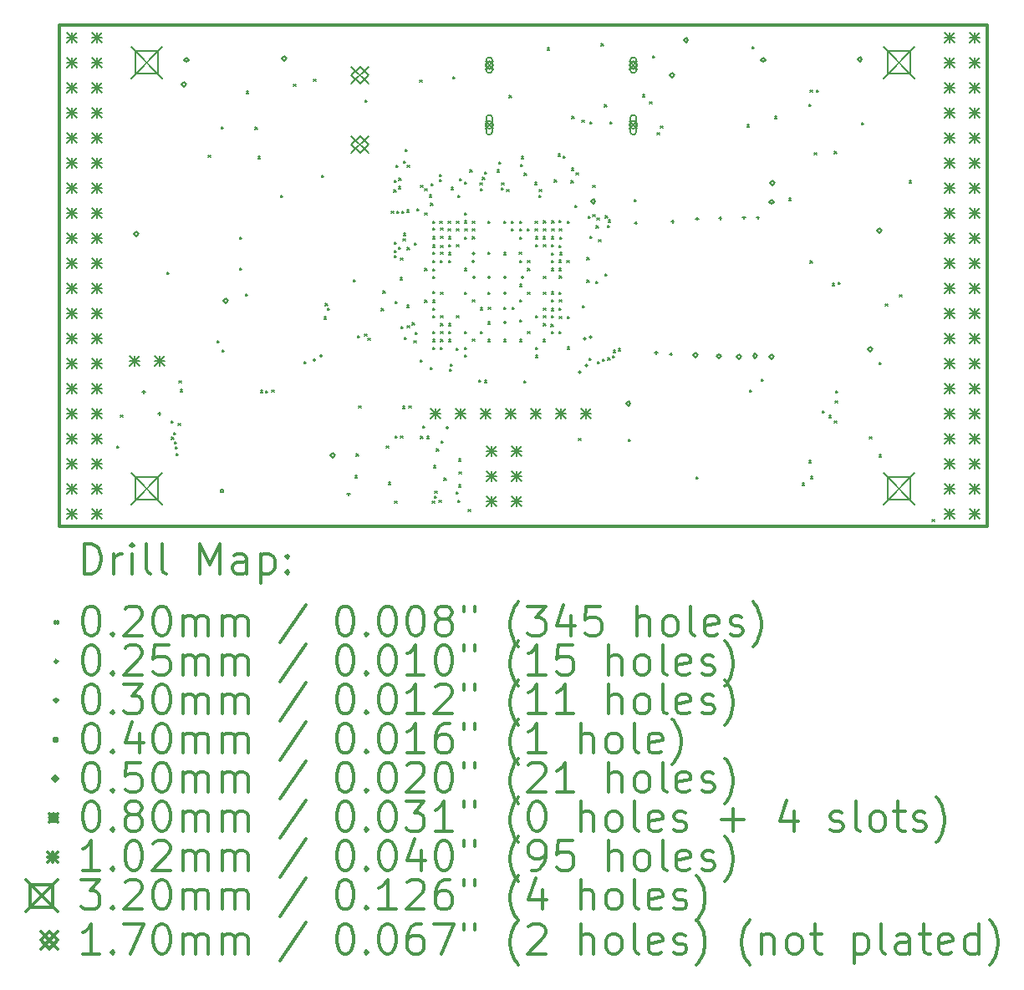
<source format=gbr>
%FSLAX45Y45*%
G04 Gerber Fmt 4.5, Leading zero omitted, Abs format (unit mm)*
G04 Created by KiCad (PCBNEW 4.0.7+dfsg1-1) date Sun Dec 10 11:28:21 2017*
%MOMM*%
%LPD*%
G01*
G04 APERTURE LIST*
%ADD10C,0.127000*%
%ADD11C,0.300000*%
%ADD12C,0.200000*%
G04 APERTURE END LIST*
D10*
D11*
X9410000Y-6142000D02*
X9410000Y-11222000D01*
X18808000Y-6142000D02*
X9410000Y-6142000D01*
X18808000Y-11222000D02*
X18808000Y-6142000D01*
X9410000Y-11222000D02*
X18808000Y-11222000D01*
D12*
X9998000Y-10410000D02*
X10018000Y-10430000D01*
X10018000Y-10410000D02*
X9998000Y-10430000D01*
X10035000Y-10094400D02*
X10055000Y-10114400D01*
X10055000Y-10094400D02*
X10035000Y-10114400D01*
X10506027Y-8651083D02*
X10526027Y-8671083D01*
X10526027Y-8651083D02*
X10506027Y-8671083D01*
X10547276Y-10156132D02*
X10567276Y-10176132D01*
X10567276Y-10156132D02*
X10547276Y-10176132D01*
X10552725Y-10321224D02*
X10572725Y-10341224D01*
X10572725Y-10321224D02*
X10552725Y-10341224D01*
X10571376Y-10271934D02*
X10591376Y-10291934D01*
X10591376Y-10271934D02*
X10571376Y-10291934D01*
X10579560Y-10366582D02*
X10599560Y-10386582D01*
X10599560Y-10366582D02*
X10579560Y-10386582D01*
X10589272Y-10418380D02*
X10609272Y-10438380D01*
X10609272Y-10418380D02*
X10589272Y-10438380D01*
X10598875Y-10487404D02*
X10618875Y-10507404D01*
X10618875Y-10487404D02*
X10598875Y-10507404D01*
X10617613Y-10179347D02*
X10637613Y-10199347D01*
X10637613Y-10179347D02*
X10617613Y-10199347D01*
X10626851Y-9749810D02*
X10646851Y-9769810D01*
X10646851Y-9749810D02*
X10626851Y-9769810D01*
X10637720Y-9838777D02*
X10657720Y-9858777D01*
X10657720Y-9838777D02*
X10637720Y-9858777D01*
X10922380Y-7460622D02*
X10942380Y-7480622D01*
X10942380Y-7460622D02*
X10922380Y-7480622D01*
X11014904Y-9343377D02*
X11034904Y-9363377D01*
X11034904Y-9343377D02*
X11014904Y-9363377D01*
X11053250Y-7177763D02*
X11073250Y-7197763D01*
X11073250Y-7177763D02*
X11053250Y-7197763D01*
X11061873Y-9435178D02*
X11081873Y-9455178D01*
X11081873Y-9435178D02*
X11061873Y-9455178D01*
X11241500Y-8291000D02*
X11261500Y-8311000D01*
X11261500Y-8291000D02*
X11241500Y-8311000D01*
X11241500Y-8608500D02*
X11261500Y-8628500D01*
X11261500Y-8608500D02*
X11241500Y-8628500D01*
X11298000Y-8870000D02*
X11318000Y-8890000D01*
X11318000Y-8870000D02*
X11298000Y-8890000D01*
X11311224Y-6814440D02*
X11331224Y-6834440D01*
X11331224Y-6814440D02*
X11311224Y-6834440D01*
X11397580Y-7180391D02*
X11417580Y-7200391D01*
X11417580Y-7180391D02*
X11397580Y-7200391D01*
X11427151Y-7475952D02*
X11447151Y-7495952D01*
X11447151Y-7475952D02*
X11427151Y-7495952D01*
X11450432Y-9847368D02*
X11470432Y-9867368D01*
X11470432Y-9847368D02*
X11450432Y-9867368D01*
X11504932Y-9852549D02*
X11524932Y-9872549D01*
X11524932Y-9852549D02*
X11504932Y-9872549D01*
X11565982Y-9840204D02*
X11585982Y-9860204D01*
X11585982Y-9840204D02*
X11565982Y-9860204D01*
X11655434Y-7867799D02*
X11675434Y-7887799D01*
X11675434Y-7867799D02*
X11655434Y-7887799D01*
X11787600Y-6741600D02*
X11807600Y-6761600D01*
X11807600Y-6741600D02*
X11787600Y-6761600D01*
X11890851Y-9556294D02*
X11910851Y-9576294D01*
X11910851Y-9556294D02*
X11890851Y-9576294D01*
X11990800Y-6690800D02*
X12010800Y-6710800D01*
X12010800Y-6690800D02*
X11990800Y-6710800D01*
X12073455Y-7667909D02*
X12093455Y-7687909D01*
X12093455Y-7667909D02*
X12073455Y-7687909D01*
X12094120Y-9102507D02*
X12114120Y-9122507D01*
X12114120Y-9102507D02*
X12094120Y-9122507D01*
X12110622Y-8966255D02*
X12130622Y-8986255D01*
X12130622Y-8966255D02*
X12110622Y-8986255D01*
X12130195Y-9015187D02*
X12150195Y-9035187D01*
X12150195Y-9015187D02*
X12130195Y-9035187D01*
X12392771Y-8724771D02*
X12412771Y-8744771D01*
X12412771Y-8724771D02*
X12392771Y-8744771D01*
X12392771Y-8724771D02*
X12412771Y-8744771D01*
X12412771Y-8724771D02*
X12392771Y-8744771D01*
X12410242Y-10710764D02*
X12430242Y-10730764D01*
X12430242Y-10710764D02*
X12410242Y-10730764D01*
X12422957Y-10489495D02*
X12442957Y-10509495D01*
X12442957Y-10489495D02*
X12422957Y-10509495D01*
X12435300Y-9294300D02*
X12455300Y-9314300D01*
X12455300Y-9294300D02*
X12435300Y-9314300D01*
X12448000Y-10005500D02*
X12468000Y-10025500D01*
X12468000Y-10005500D02*
X12448000Y-10025500D01*
X12506739Y-9274152D02*
X12526739Y-9294152D01*
X12526739Y-9274152D02*
X12506739Y-9294152D01*
X12509354Y-6905685D02*
X12529354Y-6925685D01*
X12529354Y-6905685D02*
X12509354Y-6925685D01*
X12539954Y-9315068D02*
X12559954Y-9335068D01*
X12559954Y-9315068D02*
X12539954Y-9335068D01*
X12678001Y-9017611D02*
X12698001Y-9037611D01*
X12698001Y-9017611D02*
X12678001Y-9037611D01*
X12694005Y-8838107D02*
X12714005Y-8858107D01*
X12714005Y-8838107D02*
X12694005Y-8858107D01*
X12728568Y-10410367D02*
X12748568Y-10430367D01*
X12748568Y-10410367D02*
X12728568Y-10430367D01*
X12748660Y-10777504D02*
X12768660Y-10797504D01*
X12768660Y-10777504D02*
X12748660Y-10797504D01*
X12778962Y-8030743D02*
X12798962Y-8050743D01*
X12798962Y-8030743D02*
X12778962Y-8050743D01*
X12802557Y-7813365D02*
X12822557Y-7833365D01*
X12822557Y-7813365D02*
X12802557Y-7833365D01*
X12805201Y-7715784D02*
X12825201Y-7735784D01*
X12825201Y-7715784D02*
X12805201Y-7735784D01*
X12806546Y-8342876D02*
X12826546Y-8362876D01*
X12826546Y-8342876D02*
X12806546Y-8362876D01*
X12808331Y-8428074D02*
X12828331Y-8448074D01*
X12828331Y-8428074D02*
X12808331Y-8448074D01*
X12810326Y-8480738D02*
X12830326Y-8500738D01*
X12830326Y-8480738D02*
X12810326Y-8500738D01*
X12811634Y-10966034D02*
X12831634Y-10986034D01*
X12831634Y-10966034D02*
X12811634Y-10986034D01*
X12815144Y-8946421D02*
X12835144Y-8966421D01*
X12835144Y-8946421D02*
X12815144Y-8966421D01*
X12818000Y-10310000D02*
X12838000Y-10330000D01*
X12838000Y-10310000D02*
X12818000Y-10330000D01*
X12823318Y-7566981D02*
X12843318Y-7586981D01*
X12843318Y-7566981D02*
X12823318Y-7586981D01*
X12831658Y-8029985D02*
X12851658Y-8049985D01*
X12851658Y-8029985D02*
X12831658Y-8049985D01*
X12849054Y-7779404D02*
X12869054Y-7799404D01*
X12869054Y-7779404D02*
X12849054Y-7799404D01*
X12851077Y-8397249D02*
X12871077Y-8417249D01*
X12871077Y-8397249D02*
X12851077Y-8417249D01*
X12854493Y-7695003D02*
X12874493Y-7715003D01*
X12874493Y-7695003D02*
X12854493Y-7715003D01*
X12867665Y-8703514D02*
X12887665Y-8723514D01*
X12887665Y-8703514D02*
X12867665Y-8723514D01*
X12870682Y-10308590D02*
X12890682Y-10328590D01*
X12890682Y-10308590D02*
X12870682Y-10328590D01*
X12872311Y-8505356D02*
X12892311Y-8525356D01*
X12892311Y-8505356D02*
X12872311Y-8525356D01*
X12877965Y-9201104D02*
X12897965Y-9221104D01*
X12897965Y-9201104D02*
X12877965Y-9221104D01*
X12884359Y-8029973D02*
X12904359Y-8049973D01*
X12904359Y-8029973D02*
X12884359Y-8049973D01*
X12890520Y-10007480D02*
X12910520Y-10027480D01*
X12910520Y-10007480D02*
X12890520Y-10027480D01*
X12895438Y-8307924D02*
X12915438Y-8327924D01*
X12915438Y-8307924D02*
X12895438Y-8327924D01*
X12900909Y-8255507D02*
X12920909Y-8275507D01*
X12920909Y-8255507D02*
X12900909Y-8275507D01*
X12902508Y-7521580D02*
X12922508Y-7541580D01*
X12922508Y-7521580D02*
X12902508Y-7541580D01*
X12909665Y-9310913D02*
X12929665Y-9330913D01*
X12929665Y-9310913D02*
X12909665Y-9330913D01*
X12915222Y-7404246D02*
X12935222Y-7424246D01*
X12935222Y-7404246D02*
X12915222Y-7424246D01*
X12934924Y-8982695D02*
X12954924Y-9002695D01*
X12954924Y-8982695D02*
X12934924Y-9002695D01*
X12935799Y-8018511D02*
X12955799Y-8038511D01*
X12955799Y-8018511D02*
X12935799Y-8038511D01*
X12937785Y-9190082D02*
X12957785Y-9210082D01*
X12957785Y-9190082D02*
X12937785Y-9210082D01*
X12938767Y-8397993D02*
X12958767Y-8417993D01*
X12958767Y-8397993D02*
X12938767Y-8417993D01*
X12939334Y-7563781D02*
X12959334Y-7583781D01*
X12959334Y-7563781D02*
X12939334Y-7583781D01*
X12956000Y-10005500D02*
X12976000Y-10025500D01*
X12976000Y-10005500D02*
X12956000Y-10025500D01*
X12988816Y-9162200D02*
X13008816Y-9182200D01*
X13008816Y-9162200D02*
X12988816Y-9182200D01*
X13007140Y-9344434D02*
X13027140Y-9364434D01*
X13027140Y-9344434D02*
X13007140Y-9364434D01*
X13010463Y-8349948D02*
X13030463Y-8369948D01*
X13030463Y-8349948D02*
X13010463Y-8369948D01*
X13020226Y-9260033D02*
X13040226Y-9280033D01*
X13040226Y-9260033D02*
X13020226Y-9280033D01*
X13038990Y-8006723D02*
X13058990Y-8026723D01*
X13058990Y-8006723D02*
X13038990Y-8026723D01*
X13066199Y-6701962D02*
X13086199Y-6721962D01*
X13086199Y-6701962D02*
X13066199Y-6721962D01*
X13070707Y-9535414D02*
X13090707Y-9555414D01*
X13090707Y-9535414D02*
X13070707Y-9555414D01*
X13073949Y-10310829D02*
X13093949Y-10330829D01*
X13093949Y-10310829D02*
X13073949Y-10330829D01*
X13075683Y-7768682D02*
X13095683Y-7788682D01*
X13095683Y-7768682D02*
X13075683Y-7788682D01*
X13093907Y-10208700D02*
X13113907Y-10228700D01*
X13113907Y-10208700D02*
X13093907Y-10228700D01*
X13115313Y-7803422D02*
X13135313Y-7823422D01*
X13135313Y-7803422D02*
X13115313Y-7823422D01*
X13117530Y-8049575D02*
X13137530Y-8069575D01*
X13137530Y-8049575D02*
X13117530Y-8069575D01*
X13117831Y-8611310D02*
X13137831Y-8631310D01*
X13137831Y-8611310D02*
X13117831Y-8631310D01*
X13117950Y-8930733D02*
X13137950Y-8950733D01*
X13137950Y-8930733D02*
X13117950Y-8950733D01*
X13135385Y-10310829D02*
X13155385Y-10330829D01*
X13155385Y-10310829D02*
X13135385Y-10330829D01*
X13160933Y-7864587D02*
X13180933Y-7884587D01*
X13180933Y-7864587D02*
X13160933Y-7884587D01*
X13170890Y-9612737D02*
X13190890Y-9632737D01*
X13190890Y-9612737D02*
X13170890Y-9632737D01*
X13174731Y-7948989D02*
X13194731Y-7968989D01*
X13194731Y-7948989D02*
X13174731Y-7968989D01*
X13182329Y-7748485D02*
X13202329Y-7768485D01*
X13202329Y-7748485D02*
X13182329Y-7768485D01*
X13192441Y-10966678D02*
X13212441Y-10986678D01*
X13212441Y-10966678D02*
X13192441Y-10986678D01*
X13196210Y-8443398D02*
X13216210Y-8463398D01*
X13216210Y-8443398D02*
X13196210Y-8463398D01*
X13197298Y-8527799D02*
X13217298Y-8547799D01*
X13217298Y-8527799D02*
X13197298Y-8547799D01*
X13197562Y-8931064D02*
X13217562Y-8951064D01*
X13217562Y-8931064D02*
X13197562Y-8951064D01*
X13197765Y-9087799D02*
X13217765Y-9107799D01*
X13217765Y-9087799D02*
X13197765Y-9107799D01*
X13197902Y-8288404D02*
X13217902Y-8308404D01*
X13217902Y-8288404D02*
X13197902Y-8308404D01*
X13198000Y-8130000D02*
X13218000Y-8150000D01*
X13218000Y-8130000D02*
X13198000Y-8150000D01*
X13198000Y-8690000D02*
X13218000Y-8710000D01*
X13218000Y-8690000D02*
X13198000Y-8710000D01*
X13198000Y-9250000D02*
X13218000Y-9270000D01*
X13218000Y-9250000D02*
X13198000Y-9270000D01*
X13198000Y-9330000D02*
X13218000Y-9350000D01*
X13218000Y-9330000D02*
X13198000Y-9350000D01*
X13198000Y-9410000D02*
X13218000Y-9430000D01*
X13218000Y-9410000D02*
X13198000Y-9430000D01*
X13198001Y-8200333D02*
X13218001Y-8220333D01*
X13218001Y-8200333D02*
X13198001Y-8220333D01*
X13198296Y-9011078D02*
X13218296Y-9031078D01*
X13218296Y-9011078D02*
X13198296Y-9031078D01*
X13198303Y-8616041D02*
X13218303Y-8636041D01*
X13218303Y-8616041D02*
X13198303Y-8636041D01*
X13198368Y-8372806D02*
X13218368Y-8392806D01*
X13218368Y-8372806D02*
X13198368Y-8392806D01*
X13198405Y-8845827D02*
X13218405Y-8865827D01*
X13218405Y-8845827D02*
X13198405Y-8865827D01*
X13206286Y-10608587D02*
X13226286Y-10628587D01*
X13226286Y-10608587D02*
X13206286Y-10628587D01*
X13211973Y-10917729D02*
X13231973Y-10937729D01*
X13231973Y-10917729D02*
X13211973Y-10937729D01*
X13218587Y-10865445D02*
X13238587Y-10885445D01*
X13238587Y-10865445D02*
X13218587Y-10885445D01*
X13236800Y-10440341D02*
X13256800Y-10460341D01*
X13256800Y-10440341D02*
X13236800Y-10460341D01*
X13260800Y-10958000D02*
X13280800Y-10978000D01*
X13280800Y-10958000D02*
X13260800Y-10978000D01*
X13263724Y-7657621D02*
X13283724Y-7677621D01*
X13283724Y-7657621D02*
X13263724Y-7677621D01*
X13266117Y-7710267D02*
X13286117Y-7730267D01*
X13286117Y-7710267D02*
X13266117Y-7730267D01*
X13268334Y-8130000D02*
X13288334Y-8150000D01*
X13288334Y-8130000D02*
X13268334Y-8150000D01*
X13273464Y-8527799D02*
X13293464Y-8547799D01*
X13293464Y-8527799D02*
X13273464Y-8547799D01*
X13274623Y-9409707D02*
X13294623Y-9429707D01*
X13294623Y-9409707D02*
X13274623Y-9429707D01*
X13276300Y-8202454D02*
X13296300Y-8222454D01*
X13296300Y-8202454D02*
X13276300Y-8222454D01*
X13277177Y-8443398D02*
X13297177Y-8463398D01*
X13297177Y-8443398D02*
X13277177Y-8463398D01*
X13277261Y-8286855D02*
X13297261Y-8306855D01*
X13297261Y-8286855D02*
X13277261Y-8306855D01*
X13278000Y-8850000D02*
X13298000Y-8870000D01*
X13298000Y-8850000D02*
X13278000Y-8870000D01*
X13278000Y-9090000D02*
X13298000Y-9110000D01*
X13298000Y-9090000D02*
X13278000Y-9110000D01*
X13278000Y-9170000D02*
X13298000Y-9190000D01*
X13298000Y-9170000D02*
X13278000Y-9190000D01*
X13278000Y-9250000D02*
X13298000Y-9270000D01*
X13298000Y-9250000D02*
X13278000Y-9270000D01*
X13278000Y-9330000D02*
X13298000Y-9350000D01*
X13298000Y-9330000D02*
X13278000Y-9350000D01*
X13278089Y-8379783D02*
X13298089Y-8399784D01*
X13298089Y-8379783D02*
X13278089Y-8399784D01*
X13283696Y-10361100D02*
X13303696Y-10381100D01*
X13303696Y-10361100D02*
X13283696Y-10381100D01*
X13311600Y-10736500D02*
X13331600Y-10756500D01*
X13331600Y-10736500D02*
X13311600Y-10756500D01*
X13352736Y-8131468D02*
X13372736Y-8151468D01*
X13372736Y-8131468D02*
X13352736Y-8151468D01*
X13354839Y-8209060D02*
X13374839Y-8229060D01*
X13374839Y-8209060D02*
X13354839Y-8229060D01*
X13357194Y-8449520D02*
X13377194Y-8469520D01*
X13377194Y-8449520D02*
X13357194Y-8469520D01*
X13358000Y-8290000D02*
X13378000Y-8310000D01*
X13378000Y-8290000D02*
X13358000Y-8310000D01*
X13358000Y-8370000D02*
X13378000Y-8390000D01*
X13378000Y-8370000D02*
X13358000Y-8390000D01*
X13358000Y-8530000D02*
X13378000Y-8550000D01*
X13378000Y-8530000D02*
X13358000Y-8550000D01*
X13358000Y-9170000D02*
X13378000Y-9190000D01*
X13378000Y-9170000D02*
X13358000Y-9190000D01*
X13358000Y-9250000D02*
X13378000Y-9270000D01*
X13378000Y-9250000D02*
X13358000Y-9270000D01*
X13358548Y-9330230D02*
X13378548Y-9350230D01*
X13378548Y-9330230D02*
X13358548Y-9350230D01*
X13366285Y-9629515D02*
X13386285Y-9649515D01*
X13386285Y-9629515D02*
X13366285Y-9649515D01*
X13375239Y-9577580D02*
X13395239Y-9597580D01*
X13395239Y-9577580D02*
X13375239Y-9597580D01*
X13384238Y-7788077D02*
X13404238Y-7808077D01*
X13404238Y-7788077D02*
X13384238Y-7808077D01*
X13397916Y-6668615D02*
X13417916Y-6688615D01*
X13417916Y-6668615D02*
X13397916Y-6688615D01*
X13435582Y-9416717D02*
X13455582Y-9436717D01*
X13455582Y-9416717D02*
X13435582Y-9436717D01*
X13436400Y-10874197D02*
X13456400Y-10894197D01*
X13456400Y-10874197D02*
X13436400Y-10894197D01*
X13437137Y-8130675D02*
X13457137Y-8150675D01*
X13457137Y-8130675D02*
X13437137Y-8150675D01*
X13437651Y-8208015D02*
X13457651Y-8228015D01*
X13457651Y-8208015D02*
X13437651Y-8228015D01*
X13438000Y-8370000D02*
X13458000Y-8390000D01*
X13458000Y-8370000D02*
X13438000Y-8390000D01*
X13438000Y-9090000D02*
X13458000Y-9110000D01*
X13458000Y-9090000D02*
X13438000Y-9110000D01*
X13451300Y-7871900D02*
X13471300Y-7891900D01*
X13471300Y-7871900D02*
X13451300Y-7891900D01*
X13453687Y-10961995D02*
X13473687Y-10981995D01*
X13473687Y-10961995D02*
X13453687Y-10981995D01*
X13457587Y-10803159D02*
X13477587Y-10823159D01*
X13477587Y-10803159D02*
X13457587Y-10823159D01*
X13460735Y-10540845D02*
X13480735Y-10560845D01*
X13480735Y-10540845D02*
X13460735Y-10560845D01*
X13465065Y-10671051D02*
X13485065Y-10691051D01*
X13485065Y-10671051D02*
X13465065Y-10691051D01*
X13465805Y-7703014D02*
X13485805Y-7723014D01*
X13485805Y-7703014D02*
X13465805Y-7723014D01*
X13517331Y-8851860D02*
X13537331Y-8871860D01*
X13537331Y-8851860D02*
X13517331Y-8871860D01*
X13518000Y-8292201D02*
X13538000Y-8312201D01*
X13538000Y-8292201D02*
X13518000Y-8312201D01*
X13518000Y-8610000D02*
X13538000Y-8630000D01*
X13538000Y-8610000D02*
X13518000Y-8630000D01*
X13518000Y-9250000D02*
X13538000Y-9270000D01*
X13538000Y-9250000D02*
X13518000Y-9270000D01*
X13518006Y-7736330D02*
X13538006Y-7756330D01*
X13538006Y-7736330D02*
X13518006Y-7756330D01*
X13518128Y-8048312D02*
X13538128Y-8068312D01*
X13538128Y-8048312D02*
X13518128Y-8068312D01*
X13518463Y-9488530D02*
X13538463Y-9508530D01*
X13538463Y-9488530D02*
X13518463Y-9508530D01*
X13518862Y-9412562D02*
X13538862Y-9432562D01*
X13538862Y-9412562D02*
X13518862Y-9432562D01*
X13521538Y-8129192D02*
X13541538Y-8149192D01*
X13541538Y-8129192D02*
X13521538Y-8149192D01*
X13522052Y-8209644D02*
X13542052Y-8229644D01*
X13542052Y-8209644D02*
X13522052Y-8229644D01*
X13555656Y-11051071D02*
X13575656Y-11071071D01*
X13575656Y-11051071D02*
X13555656Y-11071071D01*
X13573070Y-7610061D02*
X13593070Y-7630061D01*
X13593070Y-7610061D02*
X13573070Y-7630061D01*
X13598000Y-8210000D02*
X13618000Y-8230000D01*
X13618000Y-8210000D02*
X13598000Y-8230000D01*
X13598000Y-8290000D02*
X13618000Y-8310000D01*
X13618000Y-8290000D02*
X13598000Y-8310000D01*
X13598517Y-8929483D02*
X13618517Y-8949483D01*
X13618517Y-8929483D02*
X13598517Y-8949483D01*
X13599596Y-9326965D02*
X13619596Y-9346965D01*
X13619596Y-9326965D02*
X13599596Y-9346965D01*
X13599639Y-8129507D02*
X13619639Y-8149507D01*
X13619639Y-8129507D02*
X13599639Y-8149507D01*
X13664090Y-9741450D02*
X13684090Y-9761450D01*
X13684090Y-9741450D02*
X13664090Y-9761450D01*
X13675954Y-7745082D02*
X13695954Y-7765082D01*
X13695954Y-7745082D02*
X13675954Y-7765082D01*
X13678000Y-9250000D02*
X13698000Y-9270000D01*
X13698000Y-9250000D02*
X13678000Y-9270000D01*
X13678517Y-9009483D02*
X13698517Y-9029483D01*
X13698517Y-9009483D02*
X13678517Y-9029483D01*
X13682206Y-7799789D02*
X13702206Y-7819789D01*
X13702206Y-7799789D02*
X13682206Y-7819789D01*
X13700695Y-7687992D02*
X13720695Y-7707992D01*
X13720695Y-7687992D02*
X13700695Y-7707992D01*
X13719559Y-9743802D02*
X13739559Y-9763802D01*
X13739559Y-9743802D02*
X13719559Y-9763802D01*
X13720873Y-7631502D02*
X13740873Y-7651502D01*
X13740873Y-7631502D02*
X13720873Y-7651502D01*
X13755905Y-9153803D02*
X13775905Y-9173803D01*
X13775905Y-9153803D02*
X13755905Y-9173803D01*
X13758000Y-8130000D02*
X13778000Y-8150000D01*
X13778000Y-8130000D02*
X13758000Y-8150000D01*
X13758000Y-8850000D02*
X13778000Y-8870000D01*
X13778000Y-8850000D02*
X13758000Y-8870000D01*
X13758000Y-9330000D02*
X13778000Y-9350000D01*
X13778000Y-9330000D02*
X13758000Y-9350000D01*
X13758056Y-8443409D02*
X13778056Y-8463409D01*
X13778056Y-8443409D02*
X13758056Y-8463409D01*
X13758900Y-9002299D02*
X13778900Y-9022299D01*
X13778900Y-9002299D02*
X13758900Y-9022299D01*
X13848000Y-7610000D02*
X13868000Y-7630000D01*
X13868000Y-7610000D02*
X13848000Y-7630000D01*
X13867920Y-7530076D02*
X13887920Y-7550076D01*
X13887920Y-7530076D02*
X13867920Y-7550076D01*
X13893411Y-7794095D02*
X13913411Y-7814095D01*
X13913411Y-7794095D02*
X13893411Y-7814095D01*
X13894675Y-7741409D02*
X13914675Y-7761409D01*
X13914675Y-7741409D02*
X13894675Y-7761409D01*
X13917252Y-8451135D02*
X13937252Y-8471135D01*
X13937252Y-8451135D02*
X13917252Y-8471135D01*
X13918000Y-8130000D02*
X13938000Y-8150000D01*
X13938000Y-8130000D02*
X13918000Y-8150000D01*
X13918000Y-9002299D02*
X13938000Y-9022299D01*
X13938000Y-9002299D02*
X13918000Y-9022299D01*
X13918000Y-9330000D02*
X13938000Y-9350000D01*
X13938000Y-9330000D02*
X13918000Y-9350000D01*
X13947862Y-7810586D02*
X13967862Y-7830586D01*
X13967862Y-7810586D02*
X13947862Y-7830586D01*
X13972000Y-6856567D02*
X13992000Y-6876567D01*
X13992000Y-6856567D02*
X13972000Y-6876567D01*
X13993095Y-8210000D02*
X14013095Y-8230000D01*
X14013095Y-8210000D02*
X13993095Y-8230000D01*
X13993599Y-8130000D02*
X14013599Y-8150000D01*
X14013599Y-8130000D02*
X13993599Y-8150000D01*
X13999489Y-9002299D02*
X14019489Y-9022299D01*
X14019489Y-9002299D02*
X13999489Y-9022299D01*
X14073600Y-8443400D02*
X14093600Y-8463400D01*
X14093600Y-8443400D02*
X14073600Y-8463400D01*
X14076403Y-8294140D02*
X14096403Y-8314140D01*
X14096403Y-8294140D02*
X14076403Y-8314140D01*
X14077419Y-9133335D02*
X14097419Y-9153335D01*
X14097419Y-9133335D02*
X14077419Y-9153335D01*
X14077497Y-8207716D02*
X14097497Y-8227716D01*
X14097497Y-8207716D02*
X14077497Y-8227716D01*
X14078000Y-8130000D02*
X14098000Y-8150000D01*
X14098000Y-8130000D02*
X14078000Y-8150000D01*
X14078000Y-8530000D02*
X14098000Y-8550000D01*
X14098000Y-8530000D02*
X14078000Y-8550000D01*
X14078000Y-8770000D02*
X14098000Y-8790000D01*
X14098000Y-8770000D02*
X14078000Y-8790000D01*
X14078000Y-8930000D02*
X14098000Y-8950000D01*
X14098000Y-8930000D02*
X14078000Y-8950000D01*
X14078000Y-9330000D02*
X14098000Y-9350000D01*
X14098000Y-9330000D02*
X14078000Y-9350000D01*
X14088006Y-7558194D02*
X14108006Y-7578194D01*
X14108006Y-7558194D02*
X14088006Y-7578194D01*
X14094664Y-7477380D02*
X14114664Y-7497380D01*
X14114664Y-7477380D02*
X14094664Y-7497380D01*
X14118000Y-9750000D02*
X14138000Y-9770000D01*
X14138000Y-9750000D02*
X14118000Y-9770000D01*
X14124297Y-7645500D02*
X14144297Y-7665500D01*
X14144297Y-7645500D02*
X14124297Y-7665500D01*
X14156269Y-8210778D02*
X14176269Y-8230778D01*
X14176269Y-8210778D02*
X14156269Y-8230778D01*
X14158000Y-8530000D02*
X14178000Y-8550000D01*
X14178000Y-8530000D02*
X14158000Y-8550000D01*
X14158000Y-8610000D02*
X14178000Y-8630000D01*
X14178000Y-8610000D02*
X14158000Y-8630000D01*
X14158000Y-8850000D02*
X14178000Y-8870000D01*
X14178000Y-8850000D02*
X14158000Y-8870000D01*
X14158000Y-9250000D02*
X14178000Y-9270000D01*
X14178000Y-9250000D02*
X14158000Y-9270000D01*
X14227745Y-7739745D02*
X14247745Y-7759745D01*
X14247745Y-7739745D02*
X14227745Y-7759745D01*
X14233746Y-8208147D02*
X14253746Y-8228147D01*
X14253746Y-8208147D02*
X14233746Y-8228147D01*
X14235691Y-8130580D02*
X14255691Y-8150580D01*
X14255691Y-8130580D02*
X14235691Y-8150580D01*
X14237355Y-8289891D02*
X14257355Y-8309891D01*
X14257355Y-8289891D02*
X14237355Y-8309891D01*
X14238000Y-8370000D02*
X14258000Y-8390000D01*
X14258000Y-8370000D02*
X14238000Y-8390000D01*
X14238000Y-9090000D02*
X14258000Y-9110000D01*
X14258000Y-9090000D02*
X14238000Y-9110000D01*
X14238000Y-9410000D02*
X14258000Y-9430000D01*
X14258000Y-9410000D02*
X14238000Y-9430000D01*
X14238000Y-9490000D02*
X14258000Y-9510000D01*
X14258000Y-9490000D02*
X14238000Y-9510000D01*
X14274121Y-7868425D02*
X14294121Y-7888425D01*
X14294121Y-7868425D02*
X14274121Y-7888425D01*
X14276427Y-7811737D02*
X14296427Y-7831737D01*
X14296427Y-7811737D02*
X14276427Y-7831737D01*
X14315799Y-8290000D02*
X14335799Y-8310000D01*
X14335799Y-8290000D02*
X14315799Y-8310000D01*
X14316969Y-9331491D02*
X14336969Y-9351491D01*
X14336969Y-9331491D02*
X14316969Y-9351491D01*
X14317803Y-8849503D02*
X14337803Y-8869503D01*
X14337803Y-8849503D02*
X14317803Y-8869503D01*
X14318000Y-8370000D02*
X14338000Y-8390000D01*
X14338000Y-8370000D02*
X14318000Y-8390000D01*
X14318000Y-8690000D02*
X14338000Y-8710000D01*
X14338000Y-8690000D02*
X14318000Y-8710000D01*
X14318000Y-9090000D02*
X14338000Y-9110000D01*
X14338000Y-9090000D02*
X14318000Y-9110000D01*
X14318000Y-9170000D02*
X14338000Y-9190000D01*
X14338000Y-9170000D02*
X14318000Y-9190000D01*
X14318147Y-8210607D02*
X14338147Y-8230607D01*
X14338147Y-8210607D02*
X14318147Y-8230607D01*
X14318182Y-9010195D02*
X14338182Y-9030195D01*
X14338182Y-9010195D02*
X14318182Y-9030195D01*
X14320092Y-8127729D02*
X14340092Y-8147729D01*
X14340092Y-8127729D02*
X14320092Y-8147729D01*
X14355067Y-6376252D02*
X14375067Y-6396252D01*
X14375067Y-6376252D02*
X14355067Y-6396252D01*
X14396483Y-9177765D02*
X14416483Y-9197765D01*
X14416483Y-9177765D02*
X14396483Y-9197765D01*
X14397624Y-8929530D02*
X14417624Y-8949530D01*
X14417624Y-8929530D02*
X14397624Y-8949530D01*
X14397701Y-9016697D02*
X14417701Y-9036697D01*
X14417701Y-9016697D02*
X14397701Y-9036697D01*
X14398000Y-8610000D02*
X14418000Y-8630000D01*
X14418000Y-8610000D02*
X14398000Y-8630000D01*
X14398000Y-9090000D02*
X14418000Y-9110000D01*
X14418000Y-9090000D02*
X14398000Y-9110000D01*
X14398283Y-8848451D02*
X14418283Y-8868451D01*
X14418283Y-8848451D02*
X14398283Y-8868451D01*
X14400201Y-8290000D02*
X14420201Y-8310000D01*
X14420201Y-8290000D02*
X14400201Y-8310000D01*
X14400201Y-8529722D02*
X14420201Y-8549722D01*
X14420201Y-8529722D02*
X14400201Y-8549722D01*
X14400319Y-8367799D02*
X14420319Y-8387799D01*
X14420319Y-8367799D02*
X14400319Y-8387799D01*
X14400319Y-8452201D02*
X14420319Y-8472201D01*
X14420319Y-8452201D02*
X14400319Y-8472201D01*
X14401325Y-9248876D02*
X14421325Y-9268876D01*
X14421325Y-9248876D02*
X14401325Y-9268876D01*
X14402549Y-8208647D02*
X14422549Y-8228647D01*
X14422549Y-8208647D02*
X14402549Y-8228647D01*
X14404493Y-8128708D02*
X14424493Y-8148708D01*
X14424493Y-8128708D02*
X14404493Y-8148708D01*
X14429487Y-7711993D02*
X14449487Y-7731993D01*
X14449487Y-7711993D02*
X14429487Y-7731993D01*
X14468000Y-7449038D02*
X14488000Y-7469038D01*
X14488000Y-7449038D02*
X14468000Y-7469038D01*
X14476724Y-9012976D02*
X14496724Y-9032976D01*
X14496724Y-9012976D02*
X14476724Y-9032976D01*
X14476810Y-8527135D02*
X14496810Y-8547135D01*
X14496810Y-8527135D02*
X14476810Y-8547135D01*
X14477394Y-8376040D02*
X14497394Y-8396040D01*
X14497394Y-8376040D02*
X14477394Y-8396040D01*
X14477515Y-8611890D02*
X14497515Y-8631890D01*
X14497515Y-8611890D02*
X14477515Y-8631890D01*
X14477654Y-8122836D02*
X14497654Y-8142836D01*
X14497654Y-8122836D02*
X14477654Y-8142836D01*
X14477765Y-8852201D02*
X14497765Y-8872201D01*
X14497765Y-8852201D02*
X14477765Y-8872201D01*
X14478235Y-9247799D02*
X14498235Y-9267799D01*
X14498235Y-9247799D02*
X14478235Y-9267799D01*
X14478812Y-8207237D02*
X14498812Y-8227237D01*
X14498812Y-8207237D02*
X14478812Y-8227237D01*
X14479163Y-9097377D02*
X14499163Y-9117377D01*
X14499163Y-9097377D02*
X14479163Y-9117377D01*
X14479260Y-8928574D02*
X14499260Y-8948574D01*
X14499260Y-8928574D02*
X14479260Y-8948574D01*
X14479432Y-8687756D02*
X14499432Y-8707756D01*
X14499432Y-8687756D02*
X14479432Y-8707756D01*
X14481566Y-8449874D02*
X14501566Y-8469874D01*
X14501566Y-8449874D02*
X14481566Y-8469874D01*
X14481689Y-8291638D02*
X14501689Y-8311638D01*
X14501689Y-8291638D02*
X14481689Y-8311638D01*
X14515569Y-7471722D02*
X14535569Y-7491722D01*
X14535569Y-7471722D02*
X14515569Y-7491722D01*
X14557281Y-8529606D02*
X14577281Y-8549606D01*
X14577281Y-8529606D02*
X14557281Y-8549606D01*
X14558000Y-8130000D02*
X14578000Y-8150000D01*
X14578000Y-8130000D02*
X14558000Y-8150000D01*
X14558000Y-9407799D02*
X14578000Y-9427799D01*
X14578000Y-9407799D02*
X14558000Y-9427799D01*
X14559846Y-9097377D02*
X14579846Y-9117377D01*
X14579846Y-9097377D02*
X14559846Y-9117377D01*
X14598908Y-7720057D02*
X14618908Y-7740057D01*
X14618908Y-7720057D02*
X14598908Y-7740057D01*
X14603080Y-7596013D02*
X14623080Y-7616013D01*
X14623080Y-7596013D02*
X14603080Y-7616013D01*
X14608000Y-7070000D02*
X14628000Y-7090000D01*
X14628000Y-7070000D02*
X14608000Y-7090000D01*
X14638141Y-7971938D02*
X14658141Y-7991938D01*
X14658141Y-7971938D02*
X14638141Y-7991938D01*
X14647773Y-7640082D02*
X14667773Y-7660082D01*
X14667773Y-7640082D02*
X14647773Y-7660082D01*
X14674429Y-10335274D02*
X14694429Y-10355274D01*
X14694429Y-10335274D02*
X14674429Y-10355274D01*
X14708600Y-7110000D02*
X14728600Y-7130000D01*
X14728600Y-7110000D02*
X14708600Y-7130000D01*
X14710765Y-8987304D02*
X14730765Y-9007304D01*
X14730765Y-8987304D02*
X14710765Y-9007304D01*
X14758752Y-8499333D02*
X14778752Y-8519333D01*
X14778752Y-8499333D02*
X14758752Y-8519333D01*
X14759554Y-8730321D02*
X14779554Y-8750321D01*
X14779554Y-8730321D02*
X14759554Y-8750321D01*
X14770223Y-8081781D02*
X14790223Y-8101781D01*
X14790223Y-8081781D02*
X14770223Y-8101781D01*
X14782793Y-9522924D02*
X14802793Y-9542924D01*
X14802793Y-9522924D02*
X14782793Y-9542924D01*
X14788315Y-7124708D02*
X14808315Y-7144708D01*
X14808315Y-7124708D02*
X14788315Y-7144708D01*
X14790137Y-8285878D02*
X14810137Y-8305878D01*
X14810137Y-8285878D02*
X14790137Y-8305878D01*
X14817193Y-7767799D02*
X14837193Y-7787799D01*
X14837193Y-7767799D02*
X14817193Y-7787799D01*
X14819827Y-8063981D02*
X14839827Y-8083981D01*
X14839827Y-8063981D02*
X14819827Y-8083981D01*
X14847881Y-8739688D02*
X14867881Y-8759688D01*
X14867881Y-8739688D02*
X14847881Y-8759688D01*
X14851067Y-8180003D02*
X14871067Y-8200003D01*
X14871067Y-8180003D02*
X14851067Y-8200003D01*
X14861989Y-8095601D02*
X14881989Y-8115601D01*
X14881989Y-8095601D02*
X14861989Y-8115601D01*
X14864798Y-9556963D02*
X14884798Y-9576963D01*
X14884798Y-9556963D02*
X14864798Y-9576963D01*
X14877872Y-8316103D02*
X14897872Y-8336103D01*
X14897872Y-8316103D02*
X14877872Y-8336103D01*
X14903412Y-6332405D02*
X14923412Y-6352405D01*
X14923412Y-6332405D02*
X14903412Y-6352405D01*
X14918439Y-9527799D02*
X14938439Y-9547799D01*
X14938439Y-9527799D02*
X14918439Y-9547799D01*
X14937595Y-6951968D02*
X14957595Y-6971968D01*
X14957595Y-6951968D02*
X14937595Y-6971968D01*
X14942082Y-8666919D02*
X14962082Y-8686919D01*
X14962082Y-8666919D02*
X14942082Y-8686919D01*
X14944975Y-8076843D02*
X14964975Y-8096843D01*
X14964975Y-8076843D02*
X14944975Y-8096843D01*
X14967169Y-8172566D02*
X14987169Y-8192566D01*
X14987169Y-8172566D02*
X14967169Y-8192566D01*
X14969589Y-9515108D02*
X14989589Y-9535108D01*
X14989589Y-9515108D02*
X14969589Y-9535108D01*
X14974647Y-8120398D02*
X14994647Y-8140398D01*
X14994647Y-8120398D02*
X14974647Y-8140398D01*
X14993085Y-7123185D02*
X15013085Y-7143185D01*
X15013085Y-7123185D02*
X14993085Y-7143185D01*
X15017890Y-9494025D02*
X15037890Y-9514025D01*
X15037890Y-9494025D02*
X15017890Y-9514025D01*
X15024597Y-9441753D02*
X15044597Y-9461753D01*
X15044597Y-9441753D02*
X15024597Y-9461753D01*
X15078921Y-9423257D02*
X15098921Y-9443257D01*
X15098921Y-9423257D02*
X15078921Y-9443257D01*
X15179638Y-10341072D02*
X15199638Y-10361072D01*
X15199638Y-10341072D02*
X15179638Y-10361072D01*
X15239707Y-7909347D02*
X15259707Y-7929347D01*
X15259707Y-7909347D02*
X15239707Y-7929347D01*
X15319711Y-6850829D02*
X15339711Y-6870829D01*
X15339711Y-6850829D02*
X15319711Y-6870829D01*
X15395230Y-6920230D02*
X15415230Y-6940230D01*
X15415230Y-6920230D02*
X15395230Y-6940230D01*
X15422933Y-6454377D02*
X15442933Y-6474377D01*
X15442933Y-6454377D02*
X15422933Y-6474377D01*
X15469400Y-7232600D02*
X15489400Y-7252600D01*
X15489400Y-7232600D02*
X15469400Y-7252600D01*
X15504936Y-7166453D02*
X15524936Y-7186453D01*
X15524936Y-7166453D02*
X15504936Y-7186453D01*
X15861665Y-10722518D02*
X15881665Y-10742518D01*
X15881665Y-10722518D02*
X15861665Y-10742518D01*
X16380885Y-7155186D02*
X16400885Y-7175186D01*
X16400885Y-7155186D02*
X16380885Y-7175186D01*
X16404456Y-9841173D02*
X16424456Y-9861173D01*
X16424456Y-9841173D02*
X16404456Y-9861173D01*
X16433388Y-6363745D02*
X16453388Y-6383745D01*
X16453388Y-6363745D02*
X16433388Y-6383745D01*
X16524921Y-9732292D02*
X16544921Y-9752292D01*
X16544921Y-9732292D02*
X16524921Y-9752292D01*
X16657891Y-7070355D02*
X16677891Y-7090355D01*
X16677891Y-7070355D02*
X16657891Y-7090355D01*
X16806644Y-7900804D02*
X16826644Y-7920804D01*
X16826644Y-7900804D02*
X16806644Y-7920804D01*
X16940659Y-10785373D02*
X16960659Y-10805373D01*
X16960659Y-10785373D02*
X16940659Y-10805373D01*
X17005773Y-10556635D02*
X17025773Y-10576635D01*
X17025773Y-10556635D02*
X17005773Y-10576635D01*
X17008296Y-6947101D02*
X17028296Y-6967101D01*
X17028296Y-6947101D02*
X17008296Y-6967101D01*
X17020000Y-6805100D02*
X17040000Y-6825100D01*
X17040000Y-6805100D02*
X17020000Y-6825100D01*
X17020954Y-8534153D02*
X17040954Y-8554153D01*
X17040954Y-8534153D02*
X17020954Y-8554153D01*
X17026290Y-10718620D02*
X17046290Y-10738620D01*
X17046290Y-10718620D02*
X17026290Y-10738620D01*
X17063590Y-7436498D02*
X17083590Y-7456498D01*
X17083590Y-7436498D02*
X17063590Y-7456498D01*
X17085000Y-6802556D02*
X17105000Y-6822556D01*
X17105000Y-6802556D02*
X17085000Y-6822556D01*
X17144030Y-10054574D02*
X17164030Y-10074574D01*
X17164030Y-10054574D02*
X17144030Y-10074574D01*
X17209336Y-10100566D02*
X17229336Y-10120566D01*
X17229336Y-10100566D02*
X17209336Y-10120566D01*
X17246454Y-8762201D02*
X17266454Y-8782201D01*
X17266454Y-8762201D02*
X17246454Y-8782201D01*
X17264664Y-7424799D02*
X17284664Y-7444799D01*
X17284664Y-7424799D02*
X17264664Y-7444799D01*
X17266127Y-10155168D02*
X17286127Y-10175168D01*
X17286127Y-10155168D02*
X17266127Y-10175168D01*
X17273463Y-9949992D02*
X17293463Y-9969992D01*
X17293463Y-9949992D02*
X17273463Y-9969992D01*
X17277992Y-9851865D02*
X17297992Y-9871865D01*
X17297992Y-9851865D02*
X17277992Y-9871865D01*
X17303795Y-8749428D02*
X17323795Y-8769428D01*
X17323795Y-8749428D02*
X17303795Y-8769428D01*
X17539563Y-7135743D02*
X17559563Y-7155743D01*
X17559563Y-7135743D02*
X17539563Y-7155743D01*
X17620559Y-10317981D02*
X17640559Y-10337981D01*
X17640559Y-10317981D02*
X17620559Y-10337981D01*
X17717400Y-10497912D02*
X17737400Y-10517912D01*
X17737400Y-10497912D02*
X17717400Y-10517912D01*
X17718500Y-9561000D02*
X17738500Y-9581000D01*
X17738500Y-9561000D02*
X17718500Y-9581000D01*
X17782698Y-8971206D02*
X17802698Y-8991206D01*
X17802698Y-8971206D02*
X17782698Y-8991206D01*
X17925151Y-8876833D02*
X17945151Y-8896833D01*
X17945151Y-8876833D02*
X17925151Y-8896833D01*
X18024078Y-7721693D02*
X18044078Y-7741693D01*
X18044078Y-7721693D02*
X18024078Y-7741693D01*
X18257515Y-11153763D02*
X18277515Y-11173763D01*
X18277515Y-11153763D02*
X18257515Y-11173763D01*
X12010516Y-9541295D02*
G75*
G03X12010516Y-9541295I-12700J0D01*
G01*
X12076103Y-9497760D02*
G75*
G03X12076103Y-9497760I-12700J0D01*
G01*
X13357629Y-10223262D02*
G75*
G03X13357629Y-10223262I-12700J0D01*
G01*
X13620700Y-8460000D02*
G75*
G03X13620700Y-8460000I-12700J0D01*
G01*
X13620700Y-8540000D02*
G75*
G03X13620700Y-8540000I-12700J0D01*
G01*
X13623799Y-8699540D02*
G75*
G03X13623799Y-8699540I-12700J0D01*
G01*
X13780700Y-8700000D02*
G75*
G03X13780700Y-8700000I-12700J0D01*
G01*
X13939164Y-9161521D02*
G75*
G03X13939164Y-9161521I-12700J0D01*
G01*
X13940700Y-8700000D02*
G75*
G03X13940700Y-8700000I-12700J0D01*
G01*
X13940700Y-8860000D02*
G75*
G03X13940700Y-8860000I-12700J0D01*
G01*
X14116986Y-8699500D02*
G75*
G03X14116986Y-8699500I-12700J0D01*
G01*
X14698950Y-9661750D02*
G75*
G03X14698950Y-9661750I-12700J0D01*
G01*
X14748267Y-9321929D02*
G75*
G03X14748267Y-9321929I-12700J0D01*
G01*
X14766147Y-9591326D02*
G75*
G03X14766147Y-9591326I-12700J0D01*
G01*
X14804230Y-9306313D02*
G75*
G03X14804230Y-9306313I-12700J0D01*
G01*
X10271005Y-9844495D02*
X10271005Y-9874495D01*
X10256005Y-9859495D02*
X10286005Y-9859495D01*
X10426000Y-10064000D02*
X10426000Y-10094000D01*
X10411000Y-10079000D02*
X10441000Y-10079000D01*
X12343700Y-10882200D02*
X12343700Y-10912200D01*
X12328700Y-10897200D02*
X12358700Y-10897200D01*
X15252594Y-8131387D02*
X15252594Y-8161387D01*
X15237594Y-8146387D02*
X15267594Y-8146387D01*
X15459390Y-9445795D02*
X15459390Y-9475795D01*
X15444390Y-9460795D02*
X15474390Y-9460795D01*
X15608824Y-9461298D02*
X15608824Y-9491298D01*
X15593824Y-9476298D02*
X15623824Y-9476298D01*
X15626277Y-8119937D02*
X15626277Y-8149937D01*
X15611277Y-8134937D02*
X15641277Y-8134937D01*
X15873113Y-8089893D02*
X15873113Y-8119893D01*
X15858113Y-8104893D02*
X15888113Y-8104893D01*
X16107576Y-8084202D02*
X16107576Y-8114202D01*
X16092576Y-8099202D02*
X16122576Y-8099202D01*
X16346298Y-8079243D02*
X16346298Y-8109243D01*
X16331298Y-8094243D02*
X16361298Y-8094243D01*
X16488287Y-8078899D02*
X16488287Y-8108899D01*
X16473287Y-8093899D02*
X16503287Y-8093899D01*
X11073534Y-10877788D02*
X11073534Y-10849504D01*
X11045249Y-10849504D01*
X11045249Y-10877788D01*
X11073534Y-10877788D01*
X10193207Y-8283505D02*
X10218207Y-8258505D01*
X10193207Y-8233505D01*
X10168207Y-8258505D01*
X10193207Y-8283505D01*
X10672042Y-6768630D02*
X10697042Y-6743630D01*
X10672042Y-6718630D01*
X10647042Y-6743630D01*
X10672042Y-6768630D01*
X10697481Y-6520397D02*
X10722481Y-6495397D01*
X10697481Y-6470397D01*
X10672481Y-6495397D01*
X10697481Y-6520397D01*
X11099100Y-8961000D02*
X11124100Y-8936000D01*
X11099100Y-8911000D01*
X11074100Y-8936000D01*
X11099100Y-8961000D01*
X11688050Y-6505294D02*
X11713050Y-6480294D01*
X11688050Y-6455294D01*
X11663050Y-6480294D01*
X11688050Y-6505294D01*
X12186187Y-10528017D02*
X12211187Y-10503017D01*
X12186187Y-10478017D01*
X12161187Y-10503017D01*
X12186187Y-10528017D01*
X14820245Y-7952879D02*
X14845245Y-7927879D01*
X14820245Y-7902879D01*
X14795245Y-7927879D01*
X14820245Y-7952879D01*
X15175800Y-10002400D02*
X15200800Y-9977400D01*
X15175800Y-9952400D01*
X15150800Y-9977400D01*
X15175800Y-10002400D01*
X15623558Y-6679836D02*
X15648558Y-6654836D01*
X15623558Y-6629836D01*
X15598558Y-6654836D01*
X15623558Y-6679836D01*
X15760000Y-6319400D02*
X15785000Y-6294400D01*
X15760000Y-6269400D01*
X15735000Y-6294400D01*
X15760000Y-6319400D01*
X15853999Y-9511877D02*
X15878999Y-9486877D01*
X15853999Y-9461877D01*
X15828999Y-9486877D01*
X15853999Y-9511877D01*
X16090540Y-9525644D02*
X16115540Y-9500644D01*
X16090540Y-9475644D01*
X16065540Y-9500644D01*
X16090540Y-9525644D01*
X16295610Y-9532849D02*
X16320610Y-9507849D01*
X16295610Y-9482849D01*
X16270610Y-9507849D01*
X16295610Y-9532849D01*
X16462573Y-9523247D02*
X16487573Y-9498247D01*
X16462573Y-9473247D01*
X16437573Y-9498247D01*
X16462573Y-9523247D01*
X16541725Y-6520467D02*
X16566725Y-6495467D01*
X16541725Y-6470467D01*
X16516725Y-6495467D01*
X16541725Y-6520467D01*
X16624896Y-7959841D02*
X16649896Y-7934841D01*
X16624896Y-7909841D01*
X16599896Y-7934841D01*
X16624896Y-7959841D01*
X16628469Y-9527515D02*
X16653469Y-9502515D01*
X16628469Y-9477515D01*
X16603469Y-9502515D01*
X16628469Y-9527515D01*
X16634336Y-7772799D02*
X16659336Y-7747799D01*
X16634336Y-7722799D01*
X16609336Y-7747799D01*
X16634336Y-7772799D01*
X17521033Y-6519894D02*
X17546033Y-6494894D01*
X17521033Y-6469894D01*
X17496033Y-6494894D01*
X17521033Y-6519894D01*
X17625494Y-9453846D02*
X17650494Y-9428846D01*
X17625494Y-9403846D01*
X17600494Y-9428846D01*
X17625494Y-9453846D01*
X17722991Y-8253135D02*
X17747991Y-8228135D01*
X17722991Y-8203135D01*
X17697991Y-8228135D01*
X17722991Y-8253135D01*
X13728000Y-6510000D02*
X13808000Y-6590000D01*
X13808000Y-6510000D02*
X13728000Y-6590000D01*
X13808000Y-6550000D02*
G75*
G03X13808000Y-6550000I-40000J0D01*
G01*
X13738000Y-6500000D02*
X13738000Y-6600000D01*
X13798000Y-6500000D02*
X13798000Y-6600000D01*
X13738000Y-6600000D02*
G75*
G03X13798000Y-6600000I30000J0D01*
G01*
X13798000Y-6500000D02*
G75*
G03X13738000Y-6500000I-30000J0D01*
G01*
X13728000Y-7115000D02*
X13808000Y-7195000D01*
X13808000Y-7115000D02*
X13728000Y-7195000D01*
X13808000Y-7155000D02*
G75*
G03X13808000Y-7155000I-40000J0D01*
G01*
X13738000Y-7085000D02*
X13738000Y-7225000D01*
X13798000Y-7085000D02*
X13798000Y-7225000D01*
X13738000Y-7225000D02*
G75*
G03X13798000Y-7225000I30000J0D01*
G01*
X13798000Y-7085000D02*
G75*
G03X13738000Y-7085000I-30000J0D01*
G01*
X15188000Y-6510000D02*
X15268000Y-6590000D01*
X15268000Y-6510000D02*
X15188000Y-6590000D01*
X15268000Y-6550000D02*
G75*
G03X15268000Y-6550000I-40000J0D01*
G01*
X15198000Y-6500000D02*
X15198000Y-6600000D01*
X15258000Y-6500000D02*
X15258000Y-6600000D01*
X15198000Y-6600000D02*
G75*
G03X15258000Y-6600000I30000J0D01*
G01*
X15258000Y-6500000D02*
G75*
G03X15198000Y-6500000I-30000J0D01*
G01*
X15188000Y-7115000D02*
X15268000Y-7195000D01*
X15268000Y-7115000D02*
X15188000Y-7195000D01*
X15268000Y-7155000D02*
G75*
G03X15268000Y-7155000I-40000J0D01*
G01*
X15198000Y-7085000D02*
X15198000Y-7225000D01*
X15258000Y-7085000D02*
X15258000Y-7225000D01*
X15198000Y-7225000D02*
G75*
G03X15258000Y-7225000I30000J0D01*
G01*
X15258000Y-7085000D02*
G75*
G03X15198000Y-7085000I-30000J0D01*
G01*
X9486200Y-6218200D02*
X9587800Y-6319800D01*
X9587800Y-6218200D02*
X9486200Y-6319800D01*
X9537000Y-6218200D02*
X9537000Y-6319800D01*
X9486200Y-6269000D02*
X9587800Y-6269000D01*
X9486200Y-6472200D02*
X9587800Y-6573800D01*
X9587800Y-6472200D02*
X9486200Y-6573800D01*
X9537000Y-6472200D02*
X9537000Y-6573800D01*
X9486200Y-6523000D02*
X9587800Y-6523000D01*
X9486200Y-6726200D02*
X9587800Y-6827800D01*
X9587800Y-6726200D02*
X9486200Y-6827800D01*
X9537000Y-6726200D02*
X9537000Y-6827800D01*
X9486200Y-6777000D02*
X9587800Y-6777000D01*
X9486200Y-6980200D02*
X9587800Y-7081800D01*
X9587800Y-6980200D02*
X9486200Y-7081800D01*
X9537000Y-6980200D02*
X9537000Y-7081800D01*
X9486200Y-7031000D02*
X9587800Y-7031000D01*
X9486200Y-7234200D02*
X9587800Y-7335800D01*
X9587800Y-7234200D02*
X9486200Y-7335800D01*
X9537000Y-7234200D02*
X9537000Y-7335800D01*
X9486200Y-7285000D02*
X9587800Y-7285000D01*
X9486200Y-7488200D02*
X9587800Y-7589800D01*
X9587800Y-7488200D02*
X9486200Y-7589800D01*
X9537000Y-7488200D02*
X9537000Y-7589800D01*
X9486200Y-7539000D02*
X9587800Y-7539000D01*
X9486200Y-7742200D02*
X9587800Y-7843800D01*
X9587800Y-7742200D02*
X9486200Y-7843800D01*
X9537000Y-7742200D02*
X9537000Y-7843800D01*
X9486200Y-7793000D02*
X9587800Y-7793000D01*
X9486200Y-7996200D02*
X9587800Y-8097800D01*
X9587800Y-7996200D02*
X9486200Y-8097800D01*
X9537000Y-7996200D02*
X9537000Y-8097800D01*
X9486200Y-8047000D02*
X9587800Y-8047000D01*
X9486200Y-8250200D02*
X9587800Y-8351800D01*
X9587800Y-8250200D02*
X9486200Y-8351800D01*
X9537000Y-8250200D02*
X9537000Y-8351800D01*
X9486200Y-8301000D02*
X9587800Y-8301000D01*
X9486200Y-8504200D02*
X9587800Y-8605800D01*
X9587800Y-8504200D02*
X9486200Y-8605800D01*
X9537000Y-8504200D02*
X9537000Y-8605800D01*
X9486200Y-8555000D02*
X9587800Y-8555000D01*
X9486200Y-8758200D02*
X9587800Y-8859800D01*
X9587800Y-8758200D02*
X9486200Y-8859800D01*
X9537000Y-8758200D02*
X9537000Y-8859800D01*
X9486200Y-8809000D02*
X9587800Y-8809000D01*
X9486200Y-9012200D02*
X9587800Y-9113800D01*
X9587800Y-9012200D02*
X9486200Y-9113800D01*
X9537000Y-9012200D02*
X9537000Y-9113800D01*
X9486200Y-9063000D02*
X9587800Y-9063000D01*
X9486200Y-9266200D02*
X9587800Y-9367800D01*
X9587800Y-9266200D02*
X9486200Y-9367800D01*
X9537000Y-9266200D02*
X9537000Y-9367800D01*
X9486200Y-9317000D02*
X9587800Y-9317000D01*
X9486200Y-9520200D02*
X9587800Y-9621800D01*
X9587800Y-9520200D02*
X9486200Y-9621800D01*
X9537000Y-9520200D02*
X9537000Y-9621800D01*
X9486200Y-9571000D02*
X9587800Y-9571000D01*
X9486200Y-9774200D02*
X9587800Y-9875800D01*
X9587800Y-9774200D02*
X9486200Y-9875800D01*
X9537000Y-9774200D02*
X9537000Y-9875800D01*
X9486200Y-9825000D02*
X9587800Y-9825000D01*
X9486200Y-10028200D02*
X9587800Y-10129800D01*
X9587800Y-10028200D02*
X9486200Y-10129800D01*
X9537000Y-10028200D02*
X9537000Y-10129800D01*
X9486200Y-10079000D02*
X9587800Y-10079000D01*
X9486200Y-10282200D02*
X9587800Y-10383800D01*
X9587800Y-10282200D02*
X9486200Y-10383800D01*
X9537000Y-10282200D02*
X9537000Y-10383800D01*
X9486200Y-10333000D02*
X9587800Y-10333000D01*
X9486200Y-10536200D02*
X9587800Y-10637800D01*
X9587800Y-10536200D02*
X9486200Y-10637800D01*
X9537000Y-10536200D02*
X9537000Y-10637800D01*
X9486200Y-10587000D02*
X9587800Y-10587000D01*
X9486200Y-10790200D02*
X9587800Y-10891800D01*
X9587800Y-10790200D02*
X9486200Y-10891800D01*
X9537000Y-10790200D02*
X9537000Y-10891800D01*
X9486200Y-10841000D02*
X9587800Y-10841000D01*
X9486200Y-11044200D02*
X9587800Y-11145800D01*
X9587800Y-11044200D02*
X9486200Y-11145800D01*
X9537000Y-11044200D02*
X9537000Y-11145800D01*
X9486200Y-11095000D02*
X9587800Y-11095000D01*
X9740200Y-6218200D02*
X9841800Y-6319800D01*
X9841800Y-6218200D02*
X9740200Y-6319800D01*
X9791000Y-6218200D02*
X9791000Y-6319800D01*
X9740200Y-6269000D02*
X9841800Y-6269000D01*
X9740200Y-6472200D02*
X9841800Y-6573800D01*
X9841800Y-6472200D02*
X9740200Y-6573800D01*
X9791000Y-6472200D02*
X9791000Y-6573800D01*
X9740200Y-6523000D02*
X9841800Y-6523000D01*
X9740200Y-6726200D02*
X9841800Y-6827800D01*
X9841800Y-6726200D02*
X9740200Y-6827800D01*
X9791000Y-6726200D02*
X9791000Y-6827800D01*
X9740200Y-6777000D02*
X9841800Y-6777000D01*
X9740200Y-6980200D02*
X9841800Y-7081800D01*
X9841800Y-6980200D02*
X9740200Y-7081800D01*
X9791000Y-6980200D02*
X9791000Y-7081800D01*
X9740200Y-7031000D02*
X9841800Y-7031000D01*
X9740200Y-7234200D02*
X9841800Y-7335800D01*
X9841800Y-7234200D02*
X9740200Y-7335800D01*
X9791000Y-7234200D02*
X9791000Y-7335800D01*
X9740200Y-7285000D02*
X9841800Y-7285000D01*
X9740200Y-7488200D02*
X9841800Y-7589800D01*
X9841800Y-7488200D02*
X9740200Y-7589800D01*
X9791000Y-7488200D02*
X9791000Y-7589800D01*
X9740200Y-7539000D02*
X9841800Y-7539000D01*
X9740200Y-7742200D02*
X9841800Y-7843800D01*
X9841800Y-7742200D02*
X9740200Y-7843800D01*
X9791000Y-7742200D02*
X9791000Y-7843800D01*
X9740200Y-7793000D02*
X9841800Y-7793000D01*
X9740200Y-7996200D02*
X9841800Y-8097800D01*
X9841800Y-7996200D02*
X9740200Y-8097800D01*
X9791000Y-7996200D02*
X9791000Y-8097800D01*
X9740200Y-8047000D02*
X9841800Y-8047000D01*
X9740200Y-8250200D02*
X9841800Y-8351800D01*
X9841800Y-8250200D02*
X9740200Y-8351800D01*
X9791000Y-8250200D02*
X9791000Y-8351800D01*
X9740200Y-8301000D02*
X9841800Y-8301000D01*
X9740200Y-8504200D02*
X9841800Y-8605800D01*
X9841800Y-8504200D02*
X9740200Y-8605800D01*
X9791000Y-8504200D02*
X9791000Y-8605800D01*
X9740200Y-8555000D02*
X9841800Y-8555000D01*
X9740200Y-8758200D02*
X9841800Y-8859800D01*
X9841800Y-8758200D02*
X9740200Y-8859800D01*
X9791000Y-8758200D02*
X9791000Y-8859800D01*
X9740200Y-8809000D02*
X9841800Y-8809000D01*
X9740200Y-9012200D02*
X9841800Y-9113800D01*
X9841800Y-9012200D02*
X9740200Y-9113800D01*
X9791000Y-9012200D02*
X9791000Y-9113800D01*
X9740200Y-9063000D02*
X9841800Y-9063000D01*
X9740200Y-9266200D02*
X9841800Y-9367800D01*
X9841800Y-9266200D02*
X9740200Y-9367800D01*
X9791000Y-9266200D02*
X9791000Y-9367800D01*
X9740200Y-9317000D02*
X9841800Y-9317000D01*
X9740200Y-9520200D02*
X9841800Y-9621800D01*
X9841800Y-9520200D02*
X9740200Y-9621800D01*
X9791000Y-9520200D02*
X9791000Y-9621800D01*
X9740200Y-9571000D02*
X9841800Y-9571000D01*
X9740200Y-9774200D02*
X9841800Y-9875800D01*
X9841800Y-9774200D02*
X9740200Y-9875800D01*
X9791000Y-9774200D02*
X9791000Y-9875800D01*
X9740200Y-9825000D02*
X9841800Y-9825000D01*
X9740200Y-10028200D02*
X9841800Y-10129800D01*
X9841800Y-10028200D02*
X9740200Y-10129800D01*
X9791000Y-10028200D02*
X9791000Y-10129800D01*
X9740200Y-10079000D02*
X9841800Y-10079000D01*
X9740200Y-10282200D02*
X9841800Y-10383800D01*
X9841800Y-10282200D02*
X9740200Y-10383800D01*
X9791000Y-10282200D02*
X9791000Y-10383800D01*
X9740200Y-10333000D02*
X9841800Y-10333000D01*
X9740200Y-10536200D02*
X9841800Y-10637800D01*
X9841800Y-10536200D02*
X9740200Y-10637800D01*
X9791000Y-10536200D02*
X9791000Y-10637800D01*
X9740200Y-10587000D02*
X9841800Y-10587000D01*
X9740200Y-10790200D02*
X9841800Y-10891800D01*
X9841800Y-10790200D02*
X9740200Y-10891800D01*
X9791000Y-10790200D02*
X9791000Y-10891800D01*
X9740200Y-10841000D02*
X9841800Y-10841000D01*
X9740200Y-11044200D02*
X9841800Y-11145800D01*
X9841800Y-11044200D02*
X9740200Y-11145800D01*
X9791000Y-11044200D02*
X9791000Y-11145800D01*
X9740200Y-11095000D02*
X9841800Y-11095000D01*
X10121200Y-9494800D02*
X10222800Y-9596400D01*
X10222800Y-9494800D02*
X10121200Y-9596400D01*
X10172000Y-9494800D02*
X10172000Y-9596400D01*
X10121200Y-9545600D02*
X10222800Y-9545600D01*
X10375200Y-9494800D02*
X10476800Y-9596400D01*
X10476800Y-9494800D02*
X10375200Y-9596400D01*
X10426000Y-9494800D02*
X10426000Y-9596400D01*
X10375200Y-9545600D02*
X10476800Y-9545600D01*
X13169200Y-10028200D02*
X13270800Y-10129800D01*
X13270800Y-10028200D02*
X13169200Y-10129800D01*
X13220000Y-10028200D02*
X13220000Y-10129800D01*
X13169200Y-10079000D02*
X13270800Y-10079000D01*
X13423200Y-10028200D02*
X13524800Y-10129800D01*
X13524800Y-10028200D02*
X13423200Y-10129800D01*
X13474000Y-10028200D02*
X13474000Y-10129800D01*
X13423200Y-10079000D02*
X13524800Y-10079000D01*
X13677200Y-10028200D02*
X13778800Y-10129800D01*
X13778800Y-10028200D02*
X13677200Y-10129800D01*
X13728000Y-10028200D02*
X13728000Y-10129800D01*
X13677200Y-10079000D02*
X13778800Y-10079000D01*
X13740700Y-10409200D02*
X13842300Y-10510800D01*
X13842300Y-10409200D02*
X13740700Y-10510800D01*
X13791500Y-10409200D02*
X13791500Y-10510800D01*
X13740700Y-10460000D02*
X13842300Y-10460000D01*
X13740700Y-10663200D02*
X13842300Y-10764800D01*
X13842300Y-10663200D02*
X13740700Y-10764800D01*
X13791500Y-10663200D02*
X13791500Y-10764800D01*
X13740700Y-10714000D02*
X13842300Y-10714000D01*
X13740700Y-10917200D02*
X13842300Y-11018800D01*
X13842300Y-10917200D02*
X13740700Y-11018800D01*
X13791500Y-10917200D02*
X13791500Y-11018800D01*
X13740700Y-10968000D02*
X13842300Y-10968000D01*
X13931200Y-10028200D02*
X14032800Y-10129800D01*
X14032800Y-10028200D02*
X13931200Y-10129800D01*
X13982000Y-10028200D02*
X13982000Y-10129800D01*
X13931200Y-10079000D02*
X14032800Y-10079000D01*
X13994700Y-10409200D02*
X14096300Y-10510800D01*
X14096300Y-10409200D02*
X13994700Y-10510800D01*
X14045500Y-10409200D02*
X14045500Y-10510800D01*
X13994700Y-10460000D02*
X14096300Y-10460000D01*
X13994700Y-10663200D02*
X14096300Y-10764800D01*
X14096300Y-10663200D02*
X13994700Y-10764800D01*
X14045500Y-10663200D02*
X14045500Y-10764800D01*
X13994700Y-10714000D02*
X14096300Y-10714000D01*
X13994700Y-10917200D02*
X14096300Y-11018800D01*
X14096300Y-10917200D02*
X13994700Y-11018800D01*
X14045500Y-10917200D02*
X14045500Y-11018800D01*
X13994700Y-10968000D02*
X14096300Y-10968000D01*
X14185200Y-10028200D02*
X14286800Y-10129800D01*
X14286800Y-10028200D02*
X14185200Y-10129800D01*
X14236000Y-10028200D02*
X14236000Y-10129800D01*
X14185200Y-10079000D02*
X14286800Y-10079000D01*
X14439200Y-10028200D02*
X14540800Y-10129800D01*
X14540800Y-10028200D02*
X14439200Y-10129800D01*
X14490000Y-10028200D02*
X14490000Y-10129800D01*
X14439200Y-10079000D02*
X14540800Y-10079000D01*
X14693200Y-10028200D02*
X14794800Y-10129800D01*
X14794800Y-10028200D02*
X14693200Y-10129800D01*
X14744000Y-10028200D02*
X14744000Y-10129800D01*
X14693200Y-10079000D02*
X14794800Y-10079000D01*
X18376200Y-6218200D02*
X18477800Y-6319800D01*
X18477800Y-6218200D02*
X18376200Y-6319800D01*
X18427000Y-6218200D02*
X18427000Y-6319800D01*
X18376200Y-6269000D02*
X18477800Y-6269000D01*
X18376200Y-6472200D02*
X18477800Y-6573800D01*
X18477800Y-6472200D02*
X18376200Y-6573800D01*
X18427000Y-6472200D02*
X18427000Y-6573800D01*
X18376200Y-6523000D02*
X18477800Y-6523000D01*
X18376200Y-6726200D02*
X18477800Y-6827800D01*
X18477800Y-6726200D02*
X18376200Y-6827800D01*
X18427000Y-6726200D02*
X18427000Y-6827800D01*
X18376200Y-6777000D02*
X18477800Y-6777000D01*
X18376200Y-6980200D02*
X18477800Y-7081800D01*
X18477800Y-6980200D02*
X18376200Y-7081800D01*
X18427000Y-6980200D02*
X18427000Y-7081800D01*
X18376200Y-7031000D02*
X18477800Y-7031000D01*
X18376200Y-7234200D02*
X18477800Y-7335800D01*
X18477800Y-7234200D02*
X18376200Y-7335800D01*
X18427000Y-7234200D02*
X18427000Y-7335800D01*
X18376200Y-7285000D02*
X18477800Y-7285000D01*
X18376200Y-7488200D02*
X18477800Y-7589800D01*
X18477800Y-7488200D02*
X18376200Y-7589800D01*
X18427000Y-7488200D02*
X18427000Y-7589800D01*
X18376200Y-7539000D02*
X18477800Y-7539000D01*
X18376200Y-7742200D02*
X18477800Y-7843800D01*
X18477800Y-7742200D02*
X18376200Y-7843800D01*
X18427000Y-7742200D02*
X18427000Y-7843800D01*
X18376200Y-7793000D02*
X18477800Y-7793000D01*
X18376200Y-7996200D02*
X18477800Y-8097800D01*
X18477800Y-7996200D02*
X18376200Y-8097800D01*
X18427000Y-7996200D02*
X18427000Y-8097800D01*
X18376200Y-8047000D02*
X18477800Y-8047000D01*
X18376200Y-8250200D02*
X18477800Y-8351800D01*
X18477800Y-8250200D02*
X18376200Y-8351800D01*
X18427000Y-8250200D02*
X18427000Y-8351800D01*
X18376200Y-8301000D02*
X18477800Y-8301000D01*
X18376200Y-8504200D02*
X18477800Y-8605800D01*
X18477800Y-8504200D02*
X18376200Y-8605800D01*
X18427000Y-8504200D02*
X18427000Y-8605800D01*
X18376200Y-8555000D02*
X18477800Y-8555000D01*
X18376200Y-8758200D02*
X18477800Y-8859800D01*
X18477800Y-8758200D02*
X18376200Y-8859800D01*
X18427000Y-8758200D02*
X18427000Y-8859800D01*
X18376200Y-8809000D02*
X18477800Y-8809000D01*
X18376200Y-9012200D02*
X18477800Y-9113800D01*
X18477800Y-9012200D02*
X18376200Y-9113800D01*
X18427000Y-9012200D02*
X18427000Y-9113800D01*
X18376200Y-9063000D02*
X18477800Y-9063000D01*
X18376200Y-9266200D02*
X18477800Y-9367800D01*
X18477800Y-9266200D02*
X18376200Y-9367800D01*
X18427000Y-9266200D02*
X18427000Y-9367800D01*
X18376200Y-9317000D02*
X18477800Y-9317000D01*
X18376200Y-9520200D02*
X18477800Y-9621800D01*
X18477800Y-9520200D02*
X18376200Y-9621800D01*
X18427000Y-9520200D02*
X18427000Y-9621800D01*
X18376200Y-9571000D02*
X18477800Y-9571000D01*
X18376200Y-9774200D02*
X18477800Y-9875800D01*
X18477800Y-9774200D02*
X18376200Y-9875800D01*
X18427000Y-9774200D02*
X18427000Y-9875800D01*
X18376200Y-9825000D02*
X18477800Y-9825000D01*
X18376200Y-10028200D02*
X18477800Y-10129800D01*
X18477800Y-10028200D02*
X18376200Y-10129800D01*
X18427000Y-10028200D02*
X18427000Y-10129800D01*
X18376200Y-10079000D02*
X18477800Y-10079000D01*
X18376200Y-10282200D02*
X18477800Y-10383800D01*
X18477800Y-10282200D02*
X18376200Y-10383800D01*
X18427000Y-10282200D02*
X18427000Y-10383800D01*
X18376200Y-10333000D02*
X18477800Y-10333000D01*
X18376200Y-10536200D02*
X18477800Y-10637800D01*
X18477800Y-10536200D02*
X18376200Y-10637800D01*
X18427000Y-10536200D02*
X18427000Y-10637800D01*
X18376200Y-10587000D02*
X18477800Y-10587000D01*
X18376200Y-10790200D02*
X18477800Y-10891800D01*
X18477800Y-10790200D02*
X18376200Y-10891800D01*
X18427000Y-10790200D02*
X18427000Y-10891800D01*
X18376200Y-10841000D02*
X18477800Y-10841000D01*
X18376200Y-11044200D02*
X18477800Y-11145800D01*
X18477800Y-11044200D02*
X18376200Y-11145800D01*
X18427000Y-11044200D02*
X18427000Y-11145800D01*
X18376200Y-11095000D02*
X18477800Y-11095000D01*
X18630200Y-6218200D02*
X18731800Y-6319800D01*
X18731800Y-6218200D02*
X18630200Y-6319800D01*
X18681000Y-6218200D02*
X18681000Y-6319800D01*
X18630200Y-6269000D02*
X18731800Y-6269000D01*
X18630200Y-6472200D02*
X18731800Y-6573800D01*
X18731800Y-6472200D02*
X18630200Y-6573800D01*
X18681000Y-6472200D02*
X18681000Y-6573800D01*
X18630200Y-6523000D02*
X18731800Y-6523000D01*
X18630200Y-6726200D02*
X18731800Y-6827800D01*
X18731800Y-6726200D02*
X18630200Y-6827800D01*
X18681000Y-6726200D02*
X18681000Y-6827800D01*
X18630200Y-6777000D02*
X18731800Y-6777000D01*
X18630200Y-6980200D02*
X18731800Y-7081800D01*
X18731800Y-6980200D02*
X18630200Y-7081800D01*
X18681000Y-6980200D02*
X18681000Y-7081800D01*
X18630200Y-7031000D02*
X18731800Y-7031000D01*
X18630200Y-7234200D02*
X18731800Y-7335800D01*
X18731800Y-7234200D02*
X18630200Y-7335800D01*
X18681000Y-7234200D02*
X18681000Y-7335800D01*
X18630200Y-7285000D02*
X18731800Y-7285000D01*
X18630200Y-7488200D02*
X18731800Y-7589800D01*
X18731800Y-7488200D02*
X18630200Y-7589800D01*
X18681000Y-7488200D02*
X18681000Y-7589800D01*
X18630200Y-7539000D02*
X18731800Y-7539000D01*
X18630200Y-7742200D02*
X18731800Y-7843800D01*
X18731800Y-7742200D02*
X18630200Y-7843800D01*
X18681000Y-7742200D02*
X18681000Y-7843800D01*
X18630200Y-7793000D02*
X18731800Y-7793000D01*
X18630200Y-7996200D02*
X18731800Y-8097800D01*
X18731800Y-7996200D02*
X18630200Y-8097800D01*
X18681000Y-7996200D02*
X18681000Y-8097800D01*
X18630200Y-8047000D02*
X18731800Y-8047000D01*
X18630200Y-8250200D02*
X18731800Y-8351800D01*
X18731800Y-8250200D02*
X18630200Y-8351800D01*
X18681000Y-8250200D02*
X18681000Y-8351800D01*
X18630200Y-8301000D02*
X18731800Y-8301000D01*
X18630200Y-8504200D02*
X18731800Y-8605800D01*
X18731800Y-8504200D02*
X18630200Y-8605800D01*
X18681000Y-8504200D02*
X18681000Y-8605800D01*
X18630200Y-8555000D02*
X18731800Y-8555000D01*
X18630200Y-8758200D02*
X18731800Y-8859800D01*
X18731800Y-8758200D02*
X18630200Y-8859800D01*
X18681000Y-8758200D02*
X18681000Y-8859800D01*
X18630200Y-8809000D02*
X18731800Y-8809000D01*
X18630200Y-9012200D02*
X18731800Y-9113800D01*
X18731800Y-9012200D02*
X18630200Y-9113800D01*
X18681000Y-9012200D02*
X18681000Y-9113800D01*
X18630200Y-9063000D02*
X18731800Y-9063000D01*
X18630200Y-9266200D02*
X18731800Y-9367800D01*
X18731800Y-9266200D02*
X18630200Y-9367800D01*
X18681000Y-9266200D02*
X18681000Y-9367800D01*
X18630200Y-9317000D02*
X18731800Y-9317000D01*
X18630200Y-9520200D02*
X18731800Y-9621800D01*
X18731800Y-9520200D02*
X18630200Y-9621800D01*
X18681000Y-9520200D02*
X18681000Y-9621800D01*
X18630200Y-9571000D02*
X18731800Y-9571000D01*
X18630200Y-9774200D02*
X18731800Y-9875800D01*
X18731800Y-9774200D02*
X18630200Y-9875800D01*
X18681000Y-9774200D02*
X18681000Y-9875800D01*
X18630200Y-9825000D02*
X18731800Y-9825000D01*
X18630200Y-10028200D02*
X18731800Y-10129800D01*
X18731800Y-10028200D02*
X18630200Y-10129800D01*
X18681000Y-10028200D02*
X18681000Y-10129800D01*
X18630200Y-10079000D02*
X18731800Y-10079000D01*
X18630200Y-10282200D02*
X18731800Y-10383800D01*
X18731800Y-10282200D02*
X18630200Y-10383800D01*
X18681000Y-10282200D02*
X18681000Y-10383800D01*
X18630200Y-10333000D02*
X18731800Y-10333000D01*
X18630200Y-10536200D02*
X18731800Y-10637800D01*
X18731800Y-10536200D02*
X18630200Y-10637800D01*
X18681000Y-10536200D02*
X18681000Y-10637800D01*
X18630200Y-10587000D02*
X18731800Y-10587000D01*
X18630200Y-10790200D02*
X18731800Y-10891800D01*
X18731800Y-10790200D02*
X18630200Y-10891800D01*
X18681000Y-10790200D02*
X18681000Y-10891800D01*
X18630200Y-10841000D02*
X18731800Y-10841000D01*
X18630200Y-11044200D02*
X18731800Y-11145800D01*
X18731800Y-11044200D02*
X18630200Y-11145800D01*
X18681000Y-11044200D02*
X18681000Y-11145800D01*
X18630200Y-11095000D02*
X18731800Y-11095000D01*
X10139000Y-6363000D02*
X10459000Y-6683000D01*
X10459000Y-6363000D02*
X10139000Y-6683000D01*
X10412138Y-6636138D02*
X10412138Y-6409862D01*
X10185862Y-6409862D01*
X10185862Y-6636138D01*
X10412138Y-6636138D01*
X10139000Y-10681000D02*
X10459000Y-11001000D01*
X10459000Y-10681000D02*
X10139000Y-11001000D01*
X10412138Y-10954138D02*
X10412138Y-10727862D01*
X10185862Y-10727862D01*
X10185862Y-10954138D01*
X10412138Y-10954138D01*
X17759000Y-6363000D02*
X18079000Y-6683000D01*
X18079000Y-6363000D02*
X17759000Y-6683000D01*
X18032138Y-6636138D02*
X18032138Y-6409862D01*
X17805862Y-6409862D01*
X17805862Y-6636138D01*
X18032138Y-6636138D01*
X17759000Y-10681000D02*
X18079000Y-11001000D01*
X18079000Y-10681000D02*
X17759000Y-11001000D01*
X18032138Y-10954138D02*
X18032138Y-10727862D01*
X17805862Y-10727862D01*
X17805862Y-10954138D01*
X18032138Y-10954138D01*
X12373000Y-6569800D02*
X12543000Y-6739800D01*
X12543000Y-6569800D02*
X12373000Y-6739800D01*
X12458000Y-6739800D02*
X12543000Y-6654800D01*
X12458000Y-6569800D01*
X12373000Y-6654800D01*
X12458000Y-6739800D01*
X12373000Y-7269800D02*
X12543000Y-7439800D01*
X12543000Y-7269800D02*
X12373000Y-7439800D01*
X12458000Y-7439800D02*
X12543000Y-7354800D01*
X12458000Y-7269800D01*
X12373000Y-7354800D01*
X12458000Y-7439800D01*
D11*
X9666429Y-11702714D02*
X9666429Y-11402714D01*
X9737857Y-11402714D01*
X9780714Y-11417000D01*
X9809286Y-11445571D01*
X9823571Y-11474143D01*
X9837857Y-11531286D01*
X9837857Y-11574143D01*
X9823571Y-11631286D01*
X9809286Y-11659857D01*
X9780714Y-11688429D01*
X9737857Y-11702714D01*
X9666429Y-11702714D01*
X9966429Y-11702714D02*
X9966429Y-11502714D01*
X9966429Y-11559857D02*
X9980714Y-11531286D01*
X9995000Y-11517000D01*
X10023571Y-11502714D01*
X10052143Y-11502714D01*
X10152143Y-11702714D02*
X10152143Y-11502714D01*
X10152143Y-11402714D02*
X10137857Y-11417000D01*
X10152143Y-11431286D01*
X10166429Y-11417000D01*
X10152143Y-11402714D01*
X10152143Y-11431286D01*
X10337857Y-11702714D02*
X10309286Y-11688429D01*
X10295000Y-11659857D01*
X10295000Y-11402714D01*
X10495000Y-11702714D02*
X10466429Y-11688429D01*
X10452143Y-11659857D01*
X10452143Y-11402714D01*
X10837857Y-11702714D02*
X10837857Y-11402714D01*
X10937857Y-11617000D01*
X11037857Y-11402714D01*
X11037857Y-11702714D01*
X11309286Y-11702714D02*
X11309286Y-11545571D01*
X11295000Y-11517000D01*
X11266428Y-11502714D01*
X11209286Y-11502714D01*
X11180714Y-11517000D01*
X11309286Y-11688429D02*
X11280714Y-11702714D01*
X11209286Y-11702714D01*
X11180714Y-11688429D01*
X11166429Y-11659857D01*
X11166429Y-11631286D01*
X11180714Y-11602714D01*
X11209286Y-11588429D01*
X11280714Y-11588429D01*
X11309286Y-11574143D01*
X11452143Y-11502714D02*
X11452143Y-11802714D01*
X11452143Y-11517000D02*
X11480714Y-11502714D01*
X11537857Y-11502714D01*
X11566428Y-11517000D01*
X11580714Y-11531286D01*
X11595000Y-11559857D01*
X11595000Y-11645571D01*
X11580714Y-11674143D01*
X11566428Y-11688429D01*
X11537857Y-11702714D01*
X11480714Y-11702714D01*
X11452143Y-11688429D01*
X11723571Y-11674143D02*
X11737857Y-11688429D01*
X11723571Y-11702714D01*
X11709286Y-11688429D01*
X11723571Y-11674143D01*
X11723571Y-11702714D01*
X11723571Y-11517000D02*
X11737857Y-11531286D01*
X11723571Y-11545571D01*
X11709286Y-11531286D01*
X11723571Y-11517000D01*
X11723571Y-11545571D01*
X9375000Y-12187000D02*
X9395000Y-12207000D01*
X9395000Y-12187000D02*
X9375000Y-12207000D01*
X9723571Y-12032714D02*
X9752143Y-12032714D01*
X9780714Y-12047000D01*
X9795000Y-12061286D01*
X9809286Y-12089857D01*
X9823571Y-12147000D01*
X9823571Y-12218429D01*
X9809286Y-12275571D01*
X9795000Y-12304143D01*
X9780714Y-12318429D01*
X9752143Y-12332714D01*
X9723571Y-12332714D01*
X9695000Y-12318429D01*
X9680714Y-12304143D01*
X9666429Y-12275571D01*
X9652143Y-12218429D01*
X9652143Y-12147000D01*
X9666429Y-12089857D01*
X9680714Y-12061286D01*
X9695000Y-12047000D01*
X9723571Y-12032714D01*
X9952143Y-12304143D02*
X9966429Y-12318429D01*
X9952143Y-12332714D01*
X9937857Y-12318429D01*
X9952143Y-12304143D01*
X9952143Y-12332714D01*
X10080714Y-12061286D02*
X10095000Y-12047000D01*
X10123571Y-12032714D01*
X10195000Y-12032714D01*
X10223571Y-12047000D01*
X10237857Y-12061286D01*
X10252143Y-12089857D01*
X10252143Y-12118429D01*
X10237857Y-12161286D01*
X10066428Y-12332714D01*
X10252143Y-12332714D01*
X10437857Y-12032714D02*
X10466429Y-12032714D01*
X10495000Y-12047000D01*
X10509286Y-12061286D01*
X10523571Y-12089857D01*
X10537857Y-12147000D01*
X10537857Y-12218429D01*
X10523571Y-12275571D01*
X10509286Y-12304143D01*
X10495000Y-12318429D01*
X10466429Y-12332714D01*
X10437857Y-12332714D01*
X10409286Y-12318429D01*
X10395000Y-12304143D01*
X10380714Y-12275571D01*
X10366429Y-12218429D01*
X10366429Y-12147000D01*
X10380714Y-12089857D01*
X10395000Y-12061286D01*
X10409286Y-12047000D01*
X10437857Y-12032714D01*
X10666429Y-12332714D02*
X10666429Y-12132714D01*
X10666429Y-12161286D02*
X10680714Y-12147000D01*
X10709286Y-12132714D01*
X10752143Y-12132714D01*
X10780714Y-12147000D01*
X10795000Y-12175571D01*
X10795000Y-12332714D01*
X10795000Y-12175571D02*
X10809286Y-12147000D01*
X10837857Y-12132714D01*
X10880714Y-12132714D01*
X10909286Y-12147000D01*
X10923571Y-12175571D01*
X10923571Y-12332714D01*
X11066429Y-12332714D02*
X11066429Y-12132714D01*
X11066429Y-12161286D02*
X11080714Y-12147000D01*
X11109286Y-12132714D01*
X11152143Y-12132714D01*
X11180714Y-12147000D01*
X11195000Y-12175571D01*
X11195000Y-12332714D01*
X11195000Y-12175571D02*
X11209286Y-12147000D01*
X11237857Y-12132714D01*
X11280714Y-12132714D01*
X11309286Y-12147000D01*
X11323571Y-12175571D01*
X11323571Y-12332714D01*
X11909286Y-12018429D02*
X11652143Y-12404143D01*
X12295000Y-12032714D02*
X12323571Y-12032714D01*
X12352143Y-12047000D01*
X12366428Y-12061286D01*
X12380714Y-12089857D01*
X12395000Y-12147000D01*
X12395000Y-12218429D01*
X12380714Y-12275571D01*
X12366428Y-12304143D01*
X12352143Y-12318429D01*
X12323571Y-12332714D01*
X12295000Y-12332714D01*
X12266428Y-12318429D01*
X12252143Y-12304143D01*
X12237857Y-12275571D01*
X12223571Y-12218429D01*
X12223571Y-12147000D01*
X12237857Y-12089857D01*
X12252143Y-12061286D01*
X12266428Y-12047000D01*
X12295000Y-12032714D01*
X12523571Y-12304143D02*
X12537857Y-12318429D01*
X12523571Y-12332714D01*
X12509286Y-12318429D01*
X12523571Y-12304143D01*
X12523571Y-12332714D01*
X12723571Y-12032714D02*
X12752143Y-12032714D01*
X12780714Y-12047000D01*
X12795000Y-12061286D01*
X12809285Y-12089857D01*
X12823571Y-12147000D01*
X12823571Y-12218429D01*
X12809285Y-12275571D01*
X12795000Y-12304143D01*
X12780714Y-12318429D01*
X12752143Y-12332714D01*
X12723571Y-12332714D01*
X12695000Y-12318429D01*
X12680714Y-12304143D01*
X12666428Y-12275571D01*
X12652143Y-12218429D01*
X12652143Y-12147000D01*
X12666428Y-12089857D01*
X12680714Y-12061286D01*
X12695000Y-12047000D01*
X12723571Y-12032714D01*
X13009285Y-12032714D02*
X13037857Y-12032714D01*
X13066428Y-12047000D01*
X13080714Y-12061286D01*
X13095000Y-12089857D01*
X13109285Y-12147000D01*
X13109285Y-12218429D01*
X13095000Y-12275571D01*
X13080714Y-12304143D01*
X13066428Y-12318429D01*
X13037857Y-12332714D01*
X13009285Y-12332714D01*
X12980714Y-12318429D01*
X12966428Y-12304143D01*
X12952143Y-12275571D01*
X12937857Y-12218429D01*
X12937857Y-12147000D01*
X12952143Y-12089857D01*
X12966428Y-12061286D01*
X12980714Y-12047000D01*
X13009285Y-12032714D01*
X13280714Y-12161286D02*
X13252143Y-12147000D01*
X13237857Y-12132714D01*
X13223571Y-12104143D01*
X13223571Y-12089857D01*
X13237857Y-12061286D01*
X13252143Y-12047000D01*
X13280714Y-12032714D01*
X13337857Y-12032714D01*
X13366428Y-12047000D01*
X13380714Y-12061286D01*
X13395000Y-12089857D01*
X13395000Y-12104143D01*
X13380714Y-12132714D01*
X13366428Y-12147000D01*
X13337857Y-12161286D01*
X13280714Y-12161286D01*
X13252143Y-12175571D01*
X13237857Y-12189857D01*
X13223571Y-12218429D01*
X13223571Y-12275571D01*
X13237857Y-12304143D01*
X13252143Y-12318429D01*
X13280714Y-12332714D01*
X13337857Y-12332714D01*
X13366428Y-12318429D01*
X13380714Y-12304143D01*
X13395000Y-12275571D01*
X13395000Y-12218429D01*
X13380714Y-12189857D01*
X13366428Y-12175571D01*
X13337857Y-12161286D01*
X13509286Y-12032714D02*
X13509286Y-12089857D01*
X13623571Y-12032714D02*
X13623571Y-12089857D01*
X14066428Y-12447000D02*
X14052143Y-12432714D01*
X14023571Y-12389857D01*
X14009285Y-12361286D01*
X13995000Y-12318429D01*
X13980714Y-12247000D01*
X13980714Y-12189857D01*
X13995000Y-12118429D01*
X14009285Y-12075571D01*
X14023571Y-12047000D01*
X14052143Y-12004143D01*
X14066428Y-11989857D01*
X14152143Y-12032714D02*
X14337857Y-12032714D01*
X14237857Y-12147000D01*
X14280714Y-12147000D01*
X14309285Y-12161286D01*
X14323571Y-12175571D01*
X14337857Y-12204143D01*
X14337857Y-12275571D01*
X14323571Y-12304143D01*
X14309285Y-12318429D01*
X14280714Y-12332714D01*
X14195000Y-12332714D01*
X14166428Y-12318429D01*
X14152143Y-12304143D01*
X14595000Y-12132714D02*
X14595000Y-12332714D01*
X14523571Y-12018429D02*
X14452143Y-12232714D01*
X14637857Y-12232714D01*
X14895000Y-12032714D02*
X14752143Y-12032714D01*
X14737857Y-12175571D01*
X14752143Y-12161286D01*
X14780714Y-12147000D01*
X14852143Y-12147000D01*
X14880714Y-12161286D01*
X14895000Y-12175571D01*
X14909285Y-12204143D01*
X14909285Y-12275571D01*
X14895000Y-12304143D01*
X14880714Y-12318429D01*
X14852143Y-12332714D01*
X14780714Y-12332714D01*
X14752143Y-12318429D01*
X14737857Y-12304143D01*
X15266428Y-12332714D02*
X15266428Y-12032714D01*
X15395000Y-12332714D02*
X15395000Y-12175571D01*
X15380714Y-12147000D01*
X15352143Y-12132714D01*
X15309285Y-12132714D01*
X15280714Y-12147000D01*
X15266428Y-12161286D01*
X15580714Y-12332714D02*
X15552143Y-12318429D01*
X15537857Y-12304143D01*
X15523571Y-12275571D01*
X15523571Y-12189857D01*
X15537857Y-12161286D01*
X15552143Y-12147000D01*
X15580714Y-12132714D01*
X15623571Y-12132714D01*
X15652143Y-12147000D01*
X15666428Y-12161286D01*
X15680714Y-12189857D01*
X15680714Y-12275571D01*
X15666428Y-12304143D01*
X15652143Y-12318429D01*
X15623571Y-12332714D01*
X15580714Y-12332714D01*
X15852143Y-12332714D02*
X15823571Y-12318429D01*
X15809286Y-12289857D01*
X15809286Y-12032714D01*
X16080714Y-12318429D02*
X16052143Y-12332714D01*
X15995000Y-12332714D01*
X15966428Y-12318429D01*
X15952143Y-12289857D01*
X15952143Y-12175571D01*
X15966428Y-12147000D01*
X15995000Y-12132714D01*
X16052143Y-12132714D01*
X16080714Y-12147000D01*
X16095000Y-12175571D01*
X16095000Y-12204143D01*
X15952143Y-12232714D01*
X16209286Y-12318429D02*
X16237857Y-12332714D01*
X16295000Y-12332714D01*
X16323571Y-12318429D01*
X16337857Y-12289857D01*
X16337857Y-12275571D01*
X16323571Y-12247000D01*
X16295000Y-12232714D01*
X16252143Y-12232714D01*
X16223571Y-12218429D01*
X16209286Y-12189857D01*
X16209286Y-12175571D01*
X16223571Y-12147000D01*
X16252143Y-12132714D01*
X16295000Y-12132714D01*
X16323571Y-12147000D01*
X16437857Y-12447000D02*
X16452143Y-12432714D01*
X16480714Y-12389857D01*
X16495000Y-12361286D01*
X16509286Y-12318429D01*
X16523571Y-12247000D01*
X16523571Y-12189857D01*
X16509286Y-12118429D01*
X16495000Y-12075571D01*
X16480714Y-12047000D01*
X16452143Y-12004143D01*
X16437857Y-11989857D01*
X9395000Y-12593000D02*
G75*
G03X9395000Y-12593000I-12700J0D01*
G01*
X9723571Y-12428714D02*
X9752143Y-12428714D01*
X9780714Y-12443000D01*
X9795000Y-12457286D01*
X9809286Y-12485857D01*
X9823571Y-12543000D01*
X9823571Y-12614429D01*
X9809286Y-12671571D01*
X9795000Y-12700143D01*
X9780714Y-12714429D01*
X9752143Y-12728714D01*
X9723571Y-12728714D01*
X9695000Y-12714429D01*
X9680714Y-12700143D01*
X9666429Y-12671571D01*
X9652143Y-12614429D01*
X9652143Y-12543000D01*
X9666429Y-12485857D01*
X9680714Y-12457286D01*
X9695000Y-12443000D01*
X9723571Y-12428714D01*
X9952143Y-12700143D02*
X9966429Y-12714429D01*
X9952143Y-12728714D01*
X9937857Y-12714429D01*
X9952143Y-12700143D01*
X9952143Y-12728714D01*
X10080714Y-12457286D02*
X10095000Y-12443000D01*
X10123571Y-12428714D01*
X10195000Y-12428714D01*
X10223571Y-12443000D01*
X10237857Y-12457286D01*
X10252143Y-12485857D01*
X10252143Y-12514429D01*
X10237857Y-12557286D01*
X10066428Y-12728714D01*
X10252143Y-12728714D01*
X10523571Y-12428714D02*
X10380714Y-12428714D01*
X10366429Y-12571571D01*
X10380714Y-12557286D01*
X10409286Y-12543000D01*
X10480714Y-12543000D01*
X10509286Y-12557286D01*
X10523571Y-12571571D01*
X10537857Y-12600143D01*
X10537857Y-12671571D01*
X10523571Y-12700143D01*
X10509286Y-12714429D01*
X10480714Y-12728714D01*
X10409286Y-12728714D01*
X10380714Y-12714429D01*
X10366429Y-12700143D01*
X10666429Y-12728714D02*
X10666429Y-12528714D01*
X10666429Y-12557286D02*
X10680714Y-12543000D01*
X10709286Y-12528714D01*
X10752143Y-12528714D01*
X10780714Y-12543000D01*
X10795000Y-12571571D01*
X10795000Y-12728714D01*
X10795000Y-12571571D02*
X10809286Y-12543000D01*
X10837857Y-12528714D01*
X10880714Y-12528714D01*
X10909286Y-12543000D01*
X10923571Y-12571571D01*
X10923571Y-12728714D01*
X11066429Y-12728714D02*
X11066429Y-12528714D01*
X11066429Y-12557286D02*
X11080714Y-12543000D01*
X11109286Y-12528714D01*
X11152143Y-12528714D01*
X11180714Y-12543000D01*
X11195000Y-12571571D01*
X11195000Y-12728714D01*
X11195000Y-12571571D02*
X11209286Y-12543000D01*
X11237857Y-12528714D01*
X11280714Y-12528714D01*
X11309286Y-12543000D01*
X11323571Y-12571571D01*
X11323571Y-12728714D01*
X11909286Y-12414429D02*
X11652143Y-12800143D01*
X12295000Y-12428714D02*
X12323571Y-12428714D01*
X12352143Y-12443000D01*
X12366428Y-12457286D01*
X12380714Y-12485857D01*
X12395000Y-12543000D01*
X12395000Y-12614429D01*
X12380714Y-12671571D01*
X12366428Y-12700143D01*
X12352143Y-12714429D01*
X12323571Y-12728714D01*
X12295000Y-12728714D01*
X12266428Y-12714429D01*
X12252143Y-12700143D01*
X12237857Y-12671571D01*
X12223571Y-12614429D01*
X12223571Y-12543000D01*
X12237857Y-12485857D01*
X12252143Y-12457286D01*
X12266428Y-12443000D01*
X12295000Y-12428714D01*
X12523571Y-12700143D02*
X12537857Y-12714429D01*
X12523571Y-12728714D01*
X12509286Y-12714429D01*
X12523571Y-12700143D01*
X12523571Y-12728714D01*
X12723571Y-12428714D02*
X12752143Y-12428714D01*
X12780714Y-12443000D01*
X12795000Y-12457286D01*
X12809285Y-12485857D01*
X12823571Y-12543000D01*
X12823571Y-12614429D01*
X12809285Y-12671571D01*
X12795000Y-12700143D01*
X12780714Y-12714429D01*
X12752143Y-12728714D01*
X12723571Y-12728714D01*
X12695000Y-12714429D01*
X12680714Y-12700143D01*
X12666428Y-12671571D01*
X12652143Y-12614429D01*
X12652143Y-12543000D01*
X12666428Y-12485857D01*
X12680714Y-12457286D01*
X12695000Y-12443000D01*
X12723571Y-12428714D01*
X13109285Y-12728714D02*
X12937857Y-12728714D01*
X13023571Y-12728714D02*
X13023571Y-12428714D01*
X12995000Y-12471571D01*
X12966428Y-12500143D01*
X12937857Y-12514429D01*
X13295000Y-12428714D02*
X13323571Y-12428714D01*
X13352143Y-12443000D01*
X13366428Y-12457286D01*
X13380714Y-12485857D01*
X13395000Y-12543000D01*
X13395000Y-12614429D01*
X13380714Y-12671571D01*
X13366428Y-12700143D01*
X13352143Y-12714429D01*
X13323571Y-12728714D01*
X13295000Y-12728714D01*
X13266428Y-12714429D01*
X13252143Y-12700143D01*
X13237857Y-12671571D01*
X13223571Y-12614429D01*
X13223571Y-12543000D01*
X13237857Y-12485857D01*
X13252143Y-12457286D01*
X13266428Y-12443000D01*
X13295000Y-12428714D01*
X13509286Y-12428714D02*
X13509286Y-12485857D01*
X13623571Y-12428714D02*
X13623571Y-12485857D01*
X14066428Y-12843000D02*
X14052143Y-12828714D01*
X14023571Y-12785857D01*
X14009285Y-12757286D01*
X13995000Y-12714429D01*
X13980714Y-12643000D01*
X13980714Y-12585857D01*
X13995000Y-12514429D01*
X14009285Y-12471571D01*
X14023571Y-12443000D01*
X14052143Y-12400143D01*
X14066428Y-12385857D01*
X14337857Y-12728714D02*
X14166428Y-12728714D01*
X14252143Y-12728714D02*
X14252143Y-12428714D01*
X14223571Y-12471571D01*
X14195000Y-12500143D01*
X14166428Y-12514429D01*
X14609285Y-12428714D02*
X14466428Y-12428714D01*
X14452143Y-12571571D01*
X14466428Y-12557286D01*
X14495000Y-12543000D01*
X14566428Y-12543000D01*
X14595000Y-12557286D01*
X14609285Y-12571571D01*
X14623571Y-12600143D01*
X14623571Y-12671571D01*
X14609285Y-12700143D01*
X14595000Y-12714429D01*
X14566428Y-12728714D01*
X14495000Y-12728714D01*
X14466428Y-12714429D01*
X14452143Y-12700143D01*
X14980714Y-12728714D02*
X14980714Y-12428714D01*
X15109285Y-12728714D02*
X15109285Y-12571571D01*
X15095000Y-12543000D01*
X15066428Y-12528714D01*
X15023571Y-12528714D01*
X14995000Y-12543000D01*
X14980714Y-12557286D01*
X15295000Y-12728714D02*
X15266428Y-12714429D01*
X15252143Y-12700143D01*
X15237857Y-12671571D01*
X15237857Y-12585857D01*
X15252143Y-12557286D01*
X15266428Y-12543000D01*
X15295000Y-12528714D01*
X15337857Y-12528714D01*
X15366428Y-12543000D01*
X15380714Y-12557286D01*
X15395000Y-12585857D01*
X15395000Y-12671571D01*
X15380714Y-12700143D01*
X15366428Y-12714429D01*
X15337857Y-12728714D01*
X15295000Y-12728714D01*
X15566428Y-12728714D02*
X15537857Y-12714429D01*
X15523571Y-12685857D01*
X15523571Y-12428714D01*
X15795000Y-12714429D02*
X15766428Y-12728714D01*
X15709286Y-12728714D01*
X15680714Y-12714429D01*
X15666428Y-12685857D01*
X15666428Y-12571571D01*
X15680714Y-12543000D01*
X15709286Y-12528714D01*
X15766428Y-12528714D01*
X15795000Y-12543000D01*
X15809286Y-12571571D01*
X15809286Y-12600143D01*
X15666428Y-12628714D01*
X15923571Y-12714429D02*
X15952143Y-12728714D01*
X16009286Y-12728714D01*
X16037857Y-12714429D01*
X16052143Y-12685857D01*
X16052143Y-12671571D01*
X16037857Y-12643000D01*
X16009286Y-12628714D01*
X15966428Y-12628714D01*
X15937857Y-12614429D01*
X15923571Y-12585857D01*
X15923571Y-12571571D01*
X15937857Y-12543000D01*
X15966428Y-12528714D01*
X16009286Y-12528714D01*
X16037857Y-12543000D01*
X16152143Y-12843000D02*
X16166428Y-12828714D01*
X16195000Y-12785857D01*
X16209286Y-12757286D01*
X16223571Y-12714429D01*
X16237857Y-12643000D01*
X16237857Y-12585857D01*
X16223571Y-12514429D01*
X16209286Y-12471571D01*
X16195000Y-12443000D01*
X16166428Y-12400143D01*
X16152143Y-12385857D01*
X9380000Y-12974000D02*
X9380000Y-13004000D01*
X9365000Y-12989000D02*
X9395000Y-12989000D01*
X9723571Y-12824714D02*
X9752143Y-12824714D01*
X9780714Y-12839000D01*
X9795000Y-12853286D01*
X9809286Y-12881857D01*
X9823571Y-12939000D01*
X9823571Y-13010429D01*
X9809286Y-13067571D01*
X9795000Y-13096143D01*
X9780714Y-13110429D01*
X9752143Y-13124714D01*
X9723571Y-13124714D01*
X9695000Y-13110429D01*
X9680714Y-13096143D01*
X9666429Y-13067571D01*
X9652143Y-13010429D01*
X9652143Y-12939000D01*
X9666429Y-12881857D01*
X9680714Y-12853286D01*
X9695000Y-12839000D01*
X9723571Y-12824714D01*
X9952143Y-13096143D02*
X9966429Y-13110429D01*
X9952143Y-13124714D01*
X9937857Y-13110429D01*
X9952143Y-13096143D01*
X9952143Y-13124714D01*
X10066428Y-12824714D02*
X10252143Y-12824714D01*
X10152143Y-12939000D01*
X10195000Y-12939000D01*
X10223571Y-12953286D01*
X10237857Y-12967571D01*
X10252143Y-12996143D01*
X10252143Y-13067571D01*
X10237857Y-13096143D01*
X10223571Y-13110429D01*
X10195000Y-13124714D01*
X10109286Y-13124714D01*
X10080714Y-13110429D01*
X10066428Y-13096143D01*
X10437857Y-12824714D02*
X10466429Y-12824714D01*
X10495000Y-12839000D01*
X10509286Y-12853286D01*
X10523571Y-12881857D01*
X10537857Y-12939000D01*
X10537857Y-13010429D01*
X10523571Y-13067571D01*
X10509286Y-13096143D01*
X10495000Y-13110429D01*
X10466429Y-13124714D01*
X10437857Y-13124714D01*
X10409286Y-13110429D01*
X10395000Y-13096143D01*
X10380714Y-13067571D01*
X10366429Y-13010429D01*
X10366429Y-12939000D01*
X10380714Y-12881857D01*
X10395000Y-12853286D01*
X10409286Y-12839000D01*
X10437857Y-12824714D01*
X10666429Y-13124714D02*
X10666429Y-12924714D01*
X10666429Y-12953286D02*
X10680714Y-12939000D01*
X10709286Y-12924714D01*
X10752143Y-12924714D01*
X10780714Y-12939000D01*
X10795000Y-12967571D01*
X10795000Y-13124714D01*
X10795000Y-12967571D02*
X10809286Y-12939000D01*
X10837857Y-12924714D01*
X10880714Y-12924714D01*
X10909286Y-12939000D01*
X10923571Y-12967571D01*
X10923571Y-13124714D01*
X11066429Y-13124714D02*
X11066429Y-12924714D01*
X11066429Y-12953286D02*
X11080714Y-12939000D01*
X11109286Y-12924714D01*
X11152143Y-12924714D01*
X11180714Y-12939000D01*
X11195000Y-12967571D01*
X11195000Y-13124714D01*
X11195000Y-12967571D02*
X11209286Y-12939000D01*
X11237857Y-12924714D01*
X11280714Y-12924714D01*
X11309286Y-12939000D01*
X11323571Y-12967571D01*
X11323571Y-13124714D01*
X11909286Y-12810429D02*
X11652143Y-13196143D01*
X12295000Y-12824714D02*
X12323571Y-12824714D01*
X12352143Y-12839000D01*
X12366428Y-12853286D01*
X12380714Y-12881857D01*
X12395000Y-12939000D01*
X12395000Y-13010429D01*
X12380714Y-13067571D01*
X12366428Y-13096143D01*
X12352143Y-13110429D01*
X12323571Y-13124714D01*
X12295000Y-13124714D01*
X12266428Y-13110429D01*
X12252143Y-13096143D01*
X12237857Y-13067571D01*
X12223571Y-13010429D01*
X12223571Y-12939000D01*
X12237857Y-12881857D01*
X12252143Y-12853286D01*
X12266428Y-12839000D01*
X12295000Y-12824714D01*
X12523571Y-13096143D02*
X12537857Y-13110429D01*
X12523571Y-13124714D01*
X12509286Y-13110429D01*
X12523571Y-13096143D01*
X12523571Y-13124714D01*
X12723571Y-12824714D02*
X12752143Y-12824714D01*
X12780714Y-12839000D01*
X12795000Y-12853286D01*
X12809285Y-12881857D01*
X12823571Y-12939000D01*
X12823571Y-13010429D01*
X12809285Y-13067571D01*
X12795000Y-13096143D01*
X12780714Y-13110429D01*
X12752143Y-13124714D01*
X12723571Y-13124714D01*
X12695000Y-13110429D01*
X12680714Y-13096143D01*
X12666428Y-13067571D01*
X12652143Y-13010429D01*
X12652143Y-12939000D01*
X12666428Y-12881857D01*
X12680714Y-12853286D01*
X12695000Y-12839000D01*
X12723571Y-12824714D01*
X13109285Y-13124714D02*
X12937857Y-13124714D01*
X13023571Y-13124714D02*
X13023571Y-12824714D01*
X12995000Y-12867571D01*
X12966428Y-12896143D01*
X12937857Y-12910429D01*
X13223571Y-12853286D02*
X13237857Y-12839000D01*
X13266428Y-12824714D01*
X13337857Y-12824714D01*
X13366428Y-12839000D01*
X13380714Y-12853286D01*
X13395000Y-12881857D01*
X13395000Y-12910429D01*
X13380714Y-12953286D01*
X13209285Y-13124714D01*
X13395000Y-13124714D01*
X13509286Y-12824714D02*
X13509286Y-12881857D01*
X13623571Y-12824714D02*
X13623571Y-12881857D01*
X14066428Y-13239000D02*
X14052143Y-13224714D01*
X14023571Y-13181857D01*
X14009285Y-13153286D01*
X13995000Y-13110429D01*
X13980714Y-13039000D01*
X13980714Y-12981857D01*
X13995000Y-12910429D01*
X14009285Y-12867571D01*
X14023571Y-12839000D01*
X14052143Y-12796143D01*
X14066428Y-12781857D01*
X14337857Y-13124714D02*
X14166428Y-13124714D01*
X14252143Y-13124714D02*
X14252143Y-12824714D01*
X14223571Y-12867571D01*
X14195000Y-12896143D01*
X14166428Y-12910429D01*
X14623571Y-13124714D02*
X14452143Y-13124714D01*
X14537857Y-13124714D02*
X14537857Y-12824714D01*
X14509285Y-12867571D01*
X14480714Y-12896143D01*
X14452143Y-12910429D01*
X14980714Y-13124714D02*
X14980714Y-12824714D01*
X15109285Y-13124714D02*
X15109285Y-12967571D01*
X15095000Y-12939000D01*
X15066428Y-12924714D01*
X15023571Y-12924714D01*
X14995000Y-12939000D01*
X14980714Y-12953286D01*
X15295000Y-13124714D02*
X15266428Y-13110429D01*
X15252143Y-13096143D01*
X15237857Y-13067571D01*
X15237857Y-12981857D01*
X15252143Y-12953286D01*
X15266428Y-12939000D01*
X15295000Y-12924714D01*
X15337857Y-12924714D01*
X15366428Y-12939000D01*
X15380714Y-12953286D01*
X15395000Y-12981857D01*
X15395000Y-13067571D01*
X15380714Y-13096143D01*
X15366428Y-13110429D01*
X15337857Y-13124714D01*
X15295000Y-13124714D01*
X15566428Y-13124714D02*
X15537857Y-13110429D01*
X15523571Y-13081857D01*
X15523571Y-12824714D01*
X15795000Y-13110429D02*
X15766428Y-13124714D01*
X15709286Y-13124714D01*
X15680714Y-13110429D01*
X15666428Y-13081857D01*
X15666428Y-12967571D01*
X15680714Y-12939000D01*
X15709286Y-12924714D01*
X15766428Y-12924714D01*
X15795000Y-12939000D01*
X15809286Y-12967571D01*
X15809286Y-12996143D01*
X15666428Y-13024714D01*
X15923571Y-13110429D02*
X15952143Y-13124714D01*
X16009286Y-13124714D01*
X16037857Y-13110429D01*
X16052143Y-13081857D01*
X16052143Y-13067571D01*
X16037857Y-13039000D01*
X16009286Y-13024714D01*
X15966428Y-13024714D01*
X15937857Y-13010429D01*
X15923571Y-12981857D01*
X15923571Y-12967571D01*
X15937857Y-12939000D01*
X15966428Y-12924714D01*
X16009286Y-12924714D01*
X16037857Y-12939000D01*
X16152143Y-13239000D02*
X16166428Y-13224714D01*
X16195000Y-13181857D01*
X16209286Y-13153286D01*
X16223571Y-13110429D01*
X16237857Y-13039000D01*
X16237857Y-12981857D01*
X16223571Y-12910429D01*
X16209286Y-12867571D01*
X16195000Y-12839000D01*
X16166428Y-12796143D01*
X16152143Y-12781857D01*
X9389142Y-13399142D02*
X9389142Y-13370858D01*
X9360858Y-13370858D01*
X9360858Y-13399142D01*
X9389142Y-13399142D01*
X9723571Y-13220714D02*
X9752143Y-13220714D01*
X9780714Y-13235000D01*
X9795000Y-13249286D01*
X9809286Y-13277857D01*
X9823571Y-13335000D01*
X9823571Y-13406429D01*
X9809286Y-13463571D01*
X9795000Y-13492143D01*
X9780714Y-13506429D01*
X9752143Y-13520714D01*
X9723571Y-13520714D01*
X9695000Y-13506429D01*
X9680714Y-13492143D01*
X9666429Y-13463571D01*
X9652143Y-13406429D01*
X9652143Y-13335000D01*
X9666429Y-13277857D01*
X9680714Y-13249286D01*
X9695000Y-13235000D01*
X9723571Y-13220714D01*
X9952143Y-13492143D02*
X9966429Y-13506429D01*
X9952143Y-13520714D01*
X9937857Y-13506429D01*
X9952143Y-13492143D01*
X9952143Y-13520714D01*
X10223571Y-13320714D02*
X10223571Y-13520714D01*
X10152143Y-13206429D02*
X10080714Y-13420714D01*
X10266428Y-13420714D01*
X10437857Y-13220714D02*
X10466429Y-13220714D01*
X10495000Y-13235000D01*
X10509286Y-13249286D01*
X10523571Y-13277857D01*
X10537857Y-13335000D01*
X10537857Y-13406429D01*
X10523571Y-13463571D01*
X10509286Y-13492143D01*
X10495000Y-13506429D01*
X10466429Y-13520714D01*
X10437857Y-13520714D01*
X10409286Y-13506429D01*
X10395000Y-13492143D01*
X10380714Y-13463571D01*
X10366429Y-13406429D01*
X10366429Y-13335000D01*
X10380714Y-13277857D01*
X10395000Y-13249286D01*
X10409286Y-13235000D01*
X10437857Y-13220714D01*
X10666429Y-13520714D02*
X10666429Y-13320714D01*
X10666429Y-13349286D02*
X10680714Y-13335000D01*
X10709286Y-13320714D01*
X10752143Y-13320714D01*
X10780714Y-13335000D01*
X10795000Y-13363571D01*
X10795000Y-13520714D01*
X10795000Y-13363571D02*
X10809286Y-13335000D01*
X10837857Y-13320714D01*
X10880714Y-13320714D01*
X10909286Y-13335000D01*
X10923571Y-13363571D01*
X10923571Y-13520714D01*
X11066429Y-13520714D02*
X11066429Y-13320714D01*
X11066429Y-13349286D02*
X11080714Y-13335000D01*
X11109286Y-13320714D01*
X11152143Y-13320714D01*
X11180714Y-13335000D01*
X11195000Y-13363571D01*
X11195000Y-13520714D01*
X11195000Y-13363571D02*
X11209286Y-13335000D01*
X11237857Y-13320714D01*
X11280714Y-13320714D01*
X11309286Y-13335000D01*
X11323571Y-13363571D01*
X11323571Y-13520714D01*
X11909286Y-13206429D02*
X11652143Y-13592143D01*
X12295000Y-13220714D02*
X12323571Y-13220714D01*
X12352143Y-13235000D01*
X12366428Y-13249286D01*
X12380714Y-13277857D01*
X12395000Y-13335000D01*
X12395000Y-13406429D01*
X12380714Y-13463571D01*
X12366428Y-13492143D01*
X12352143Y-13506429D01*
X12323571Y-13520714D01*
X12295000Y-13520714D01*
X12266428Y-13506429D01*
X12252143Y-13492143D01*
X12237857Y-13463571D01*
X12223571Y-13406429D01*
X12223571Y-13335000D01*
X12237857Y-13277857D01*
X12252143Y-13249286D01*
X12266428Y-13235000D01*
X12295000Y-13220714D01*
X12523571Y-13492143D02*
X12537857Y-13506429D01*
X12523571Y-13520714D01*
X12509286Y-13506429D01*
X12523571Y-13492143D01*
X12523571Y-13520714D01*
X12723571Y-13220714D02*
X12752143Y-13220714D01*
X12780714Y-13235000D01*
X12795000Y-13249286D01*
X12809285Y-13277857D01*
X12823571Y-13335000D01*
X12823571Y-13406429D01*
X12809285Y-13463571D01*
X12795000Y-13492143D01*
X12780714Y-13506429D01*
X12752143Y-13520714D01*
X12723571Y-13520714D01*
X12695000Y-13506429D01*
X12680714Y-13492143D01*
X12666428Y-13463571D01*
X12652143Y-13406429D01*
X12652143Y-13335000D01*
X12666428Y-13277857D01*
X12680714Y-13249286D01*
X12695000Y-13235000D01*
X12723571Y-13220714D01*
X13109285Y-13520714D02*
X12937857Y-13520714D01*
X13023571Y-13520714D02*
X13023571Y-13220714D01*
X12995000Y-13263571D01*
X12966428Y-13292143D01*
X12937857Y-13306429D01*
X13366428Y-13220714D02*
X13309285Y-13220714D01*
X13280714Y-13235000D01*
X13266428Y-13249286D01*
X13237857Y-13292143D01*
X13223571Y-13349286D01*
X13223571Y-13463571D01*
X13237857Y-13492143D01*
X13252143Y-13506429D01*
X13280714Y-13520714D01*
X13337857Y-13520714D01*
X13366428Y-13506429D01*
X13380714Y-13492143D01*
X13395000Y-13463571D01*
X13395000Y-13392143D01*
X13380714Y-13363571D01*
X13366428Y-13349286D01*
X13337857Y-13335000D01*
X13280714Y-13335000D01*
X13252143Y-13349286D01*
X13237857Y-13363571D01*
X13223571Y-13392143D01*
X13509286Y-13220714D02*
X13509286Y-13277857D01*
X13623571Y-13220714D02*
X13623571Y-13277857D01*
X14066428Y-13635000D02*
X14052143Y-13620714D01*
X14023571Y-13577857D01*
X14009285Y-13549286D01*
X13995000Y-13506429D01*
X13980714Y-13435000D01*
X13980714Y-13377857D01*
X13995000Y-13306429D01*
X14009285Y-13263571D01*
X14023571Y-13235000D01*
X14052143Y-13192143D01*
X14066428Y-13177857D01*
X14337857Y-13520714D02*
X14166428Y-13520714D01*
X14252143Y-13520714D02*
X14252143Y-13220714D01*
X14223571Y-13263571D01*
X14195000Y-13292143D01*
X14166428Y-13306429D01*
X14695000Y-13520714D02*
X14695000Y-13220714D01*
X14823571Y-13520714D02*
X14823571Y-13363571D01*
X14809285Y-13335000D01*
X14780714Y-13320714D01*
X14737857Y-13320714D01*
X14709285Y-13335000D01*
X14695000Y-13349286D01*
X15009285Y-13520714D02*
X14980714Y-13506429D01*
X14966428Y-13492143D01*
X14952143Y-13463571D01*
X14952143Y-13377857D01*
X14966428Y-13349286D01*
X14980714Y-13335000D01*
X15009285Y-13320714D01*
X15052143Y-13320714D01*
X15080714Y-13335000D01*
X15095000Y-13349286D01*
X15109285Y-13377857D01*
X15109285Y-13463571D01*
X15095000Y-13492143D01*
X15080714Y-13506429D01*
X15052143Y-13520714D01*
X15009285Y-13520714D01*
X15280714Y-13520714D02*
X15252143Y-13506429D01*
X15237857Y-13477857D01*
X15237857Y-13220714D01*
X15509286Y-13506429D02*
X15480714Y-13520714D01*
X15423571Y-13520714D01*
X15395000Y-13506429D01*
X15380714Y-13477857D01*
X15380714Y-13363571D01*
X15395000Y-13335000D01*
X15423571Y-13320714D01*
X15480714Y-13320714D01*
X15509286Y-13335000D01*
X15523571Y-13363571D01*
X15523571Y-13392143D01*
X15380714Y-13420714D01*
X15623571Y-13635000D02*
X15637857Y-13620714D01*
X15666428Y-13577857D01*
X15680714Y-13549286D01*
X15695000Y-13506429D01*
X15709286Y-13435000D01*
X15709286Y-13377857D01*
X15695000Y-13306429D01*
X15680714Y-13263571D01*
X15666428Y-13235000D01*
X15637857Y-13192143D01*
X15623571Y-13177857D01*
X9370000Y-13806000D02*
X9395000Y-13781000D01*
X9370000Y-13756000D01*
X9345000Y-13781000D01*
X9370000Y-13806000D01*
X9723571Y-13616714D02*
X9752143Y-13616714D01*
X9780714Y-13631000D01*
X9795000Y-13645286D01*
X9809286Y-13673857D01*
X9823571Y-13731000D01*
X9823571Y-13802429D01*
X9809286Y-13859571D01*
X9795000Y-13888143D01*
X9780714Y-13902429D01*
X9752143Y-13916714D01*
X9723571Y-13916714D01*
X9695000Y-13902429D01*
X9680714Y-13888143D01*
X9666429Y-13859571D01*
X9652143Y-13802429D01*
X9652143Y-13731000D01*
X9666429Y-13673857D01*
X9680714Y-13645286D01*
X9695000Y-13631000D01*
X9723571Y-13616714D01*
X9952143Y-13888143D02*
X9966429Y-13902429D01*
X9952143Y-13916714D01*
X9937857Y-13902429D01*
X9952143Y-13888143D01*
X9952143Y-13916714D01*
X10237857Y-13616714D02*
X10095000Y-13616714D01*
X10080714Y-13759571D01*
X10095000Y-13745286D01*
X10123571Y-13731000D01*
X10195000Y-13731000D01*
X10223571Y-13745286D01*
X10237857Y-13759571D01*
X10252143Y-13788143D01*
X10252143Y-13859571D01*
X10237857Y-13888143D01*
X10223571Y-13902429D01*
X10195000Y-13916714D01*
X10123571Y-13916714D01*
X10095000Y-13902429D01*
X10080714Y-13888143D01*
X10437857Y-13616714D02*
X10466429Y-13616714D01*
X10495000Y-13631000D01*
X10509286Y-13645286D01*
X10523571Y-13673857D01*
X10537857Y-13731000D01*
X10537857Y-13802429D01*
X10523571Y-13859571D01*
X10509286Y-13888143D01*
X10495000Y-13902429D01*
X10466429Y-13916714D01*
X10437857Y-13916714D01*
X10409286Y-13902429D01*
X10395000Y-13888143D01*
X10380714Y-13859571D01*
X10366429Y-13802429D01*
X10366429Y-13731000D01*
X10380714Y-13673857D01*
X10395000Y-13645286D01*
X10409286Y-13631000D01*
X10437857Y-13616714D01*
X10666429Y-13916714D02*
X10666429Y-13716714D01*
X10666429Y-13745286D02*
X10680714Y-13731000D01*
X10709286Y-13716714D01*
X10752143Y-13716714D01*
X10780714Y-13731000D01*
X10795000Y-13759571D01*
X10795000Y-13916714D01*
X10795000Y-13759571D02*
X10809286Y-13731000D01*
X10837857Y-13716714D01*
X10880714Y-13716714D01*
X10909286Y-13731000D01*
X10923571Y-13759571D01*
X10923571Y-13916714D01*
X11066429Y-13916714D02*
X11066429Y-13716714D01*
X11066429Y-13745286D02*
X11080714Y-13731000D01*
X11109286Y-13716714D01*
X11152143Y-13716714D01*
X11180714Y-13731000D01*
X11195000Y-13759571D01*
X11195000Y-13916714D01*
X11195000Y-13759571D02*
X11209286Y-13731000D01*
X11237857Y-13716714D01*
X11280714Y-13716714D01*
X11309286Y-13731000D01*
X11323571Y-13759571D01*
X11323571Y-13916714D01*
X11909286Y-13602429D02*
X11652143Y-13988143D01*
X12295000Y-13616714D02*
X12323571Y-13616714D01*
X12352143Y-13631000D01*
X12366428Y-13645286D01*
X12380714Y-13673857D01*
X12395000Y-13731000D01*
X12395000Y-13802429D01*
X12380714Y-13859571D01*
X12366428Y-13888143D01*
X12352143Y-13902429D01*
X12323571Y-13916714D01*
X12295000Y-13916714D01*
X12266428Y-13902429D01*
X12252143Y-13888143D01*
X12237857Y-13859571D01*
X12223571Y-13802429D01*
X12223571Y-13731000D01*
X12237857Y-13673857D01*
X12252143Y-13645286D01*
X12266428Y-13631000D01*
X12295000Y-13616714D01*
X12523571Y-13888143D02*
X12537857Y-13902429D01*
X12523571Y-13916714D01*
X12509286Y-13902429D01*
X12523571Y-13888143D01*
X12523571Y-13916714D01*
X12723571Y-13616714D02*
X12752143Y-13616714D01*
X12780714Y-13631000D01*
X12795000Y-13645286D01*
X12809285Y-13673857D01*
X12823571Y-13731000D01*
X12823571Y-13802429D01*
X12809285Y-13859571D01*
X12795000Y-13888143D01*
X12780714Y-13902429D01*
X12752143Y-13916714D01*
X12723571Y-13916714D01*
X12695000Y-13902429D01*
X12680714Y-13888143D01*
X12666428Y-13859571D01*
X12652143Y-13802429D01*
X12652143Y-13731000D01*
X12666428Y-13673857D01*
X12680714Y-13645286D01*
X12695000Y-13631000D01*
X12723571Y-13616714D01*
X12937857Y-13645286D02*
X12952143Y-13631000D01*
X12980714Y-13616714D01*
X13052143Y-13616714D01*
X13080714Y-13631000D01*
X13095000Y-13645286D01*
X13109285Y-13673857D01*
X13109285Y-13702429D01*
X13095000Y-13745286D01*
X12923571Y-13916714D01*
X13109285Y-13916714D01*
X13295000Y-13616714D02*
X13323571Y-13616714D01*
X13352143Y-13631000D01*
X13366428Y-13645286D01*
X13380714Y-13673857D01*
X13395000Y-13731000D01*
X13395000Y-13802429D01*
X13380714Y-13859571D01*
X13366428Y-13888143D01*
X13352143Y-13902429D01*
X13323571Y-13916714D01*
X13295000Y-13916714D01*
X13266428Y-13902429D01*
X13252143Y-13888143D01*
X13237857Y-13859571D01*
X13223571Y-13802429D01*
X13223571Y-13731000D01*
X13237857Y-13673857D01*
X13252143Y-13645286D01*
X13266428Y-13631000D01*
X13295000Y-13616714D01*
X13509286Y-13616714D02*
X13509286Y-13673857D01*
X13623571Y-13616714D02*
X13623571Y-13673857D01*
X14066428Y-14031000D02*
X14052143Y-14016714D01*
X14023571Y-13973857D01*
X14009285Y-13945286D01*
X13995000Y-13902429D01*
X13980714Y-13831000D01*
X13980714Y-13773857D01*
X13995000Y-13702429D01*
X14009285Y-13659571D01*
X14023571Y-13631000D01*
X14052143Y-13588143D01*
X14066428Y-13573857D01*
X14166428Y-13645286D02*
X14180714Y-13631000D01*
X14209285Y-13616714D01*
X14280714Y-13616714D01*
X14309285Y-13631000D01*
X14323571Y-13645286D01*
X14337857Y-13673857D01*
X14337857Y-13702429D01*
X14323571Y-13745286D01*
X14152143Y-13916714D01*
X14337857Y-13916714D01*
X14623571Y-13916714D02*
X14452143Y-13916714D01*
X14537857Y-13916714D02*
X14537857Y-13616714D01*
X14509285Y-13659571D01*
X14480714Y-13688143D01*
X14452143Y-13702429D01*
X14980714Y-13916714D02*
X14980714Y-13616714D01*
X15109285Y-13916714D02*
X15109285Y-13759571D01*
X15095000Y-13731000D01*
X15066428Y-13716714D01*
X15023571Y-13716714D01*
X14995000Y-13731000D01*
X14980714Y-13745286D01*
X15295000Y-13916714D02*
X15266428Y-13902429D01*
X15252143Y-13888143D01*
X15237857Y-13859571D01*
X15237857Y-13773857D01*
X15252143Y-13745286D01*
X15266428Y-13731000D01*
X15295000Y-13716714D01*
X15337857Y-13716714D01*
X15366428Y-13731000D01*
X15380714Y-13745286D01*
X15395000Y-13773857D01*
X15395000Y-13859571D01*
X15380714Y-13888143D01*
X15366428Y-13902429D01*
X15337857Y-13916714D01*
X15295000Y-13916714D01*
X15566428Y-13916714D02*
X15537857Y-13902429D01*
X15523571Y-13873857D01*
X15523571Y-13616714D01*
X15795000Y-13902429D02*
X15766428Y-13916714D01*
X15709286Y-13916714D01*
X15680714Y-13902429D01*
X15666428Y-13873857D01*
X15666428Y-13759571D01*
X15680714Y-13731000D01*
X15709286Y-13716714D01*
X15766428Y-13716714D01*
X15795000Y-13731000D01*
X15809286Y-13759571D01*
X15809286Y-13788143D01*
X15666428Y-13816714D01*
X15923571Y-13902429D02*
X15952143Y-13916714D01*
X16009286Y-13916714D01*
X16037857Y-13902429D01*
X16052143Y-13873857D01*
X16052143Y-13859571D01*
X16037857Y-13831000D01*
X16009286Y-13816714D01*
X15966428Y-13816714D01*
X15937857Y-13802429D01*
X15923571Y-13773857D01*
X15923571Y-13759571D01*
X15937857Y-13731000D01*
X15966428Y-13716714D01*
X16009286Y-13716714D01*
X16037857Y-13731000D01*
X16152143Y-14031000D02*
X16166428Y-14016714D01*
X16195000Y-13973857D01*
X16209286Y-13945286D01*
X16223571Y-13902429D01*
X16237857Y-13831000D01*
X16237857Y-13773857D01*
X16223571Y-13702429D01*
X16209286Y-13659571D01*
X16195000Y-13631000D01*
X16166428Y-13588143D01*
X16152143Y-13573857D01*
X9315000Y-14137000D02*
X9395000Y-14217000D01*
X9395000Y-14137000D02*
X9315000Y-14217000D01*
X9395000Y-14177000D02*
G75*
G03X9395000Y-14177000I-40000J0D01*
G01*
X9723571Y-14012714D02*
X9752143Y-14012714D01*
X9780714Y-14027000D01*
X9795000Y-14041286D01*
X9809286Y-14069857D01*
X9823571Y-14127000D01*
X9823571Y-14198429D01*
X9809286Y-14255571D01*
X9795000Y-14284143D01*
X9780714Y-14298429D01*
X9752143Y-14312714D01*
X9723571Y-14312714D01*
X9695000Y-14298429D01*
X9680714Y-14284143D01*
X9666429Y-14255571D01*
X9652143Y-14198429D01*
X9652143Y-14127000D01*
X9666429Y-14069857D01*
X9680714Y-14041286D01*
X9695000Y-14027000D01*
X9723571Y-14012714D01*
X9952143Y-14284143D02*
X9966429Y-14298429D01*
X9952143Y-14312714D01*
X9937857Y-14298429D01*
X9952143Y-14284143D01*
X9952143Y-14312714D01*
X10137857Y-14141286D02*
X10109286Y-14127000D01*
X10095000Y-14112714D01*
X10080714Y-14084143D01*
X10080714Y-14069857D01*
X10095000Y-14041286D01*
X10109286Y-14027000D01*
X10137857Y-14012714D01*
X10195000Y-14012714D01*
X10223571Y-14027000D01*
X10237857Y-14041286D01*
X10252143Y-14069857D01*
X10252143Y-14084143D01*
X10237857Y-14112714D01*
X10223571Y-14127000D01*
X10195000Y-14141286D01*
X10137857Y-14141286D01*
X10109286Y-14155571D01*
X10095000Y-14169857D01*
X10080714Y-14198429D01*
X10080714Y-14255571D01*
X10095000Y-14284143D01*
X10109286Y-14298429D01*
X10137857Y-14312714D01*
X10195000Y-14312714D01*
X10223571Y-14298429D01*
X10237857Y-14284143D01*
X10252143Y-14255571D01*
X10252143Y-14198429D01*
X10237857Y-14169857D01*
X10223571Y-14155571D01*
X10195000Y-14141286D01*
X10437857Y-14012714D02*
X10466429Y-14012714D01*
X10495000Y-14027000D01*
X10509286Y-14041286D01*
X10523571Y-14069857D01*
X10537857Y-14127000D01*
X10537857Y-14198429D01*
X10523571Y-14255571D01*
X10509286Y-14284143D01*
X10495000Y-14298429D01*
X10466429Y-14312714D01*
X10437857Y-14312714D01*
X10409286Y-14298429D01*
X10395000Y-14284143D01*
X10380714Y-14255571D01*
X10366429Y-14198429D01*
X10366429Y-14127000D01*
X10380714Y-14069857D01*
X10395000Y-14041286D01*
X10409286Y-14027000D01*
X10437857Y-14012714D01*
X10666429Y-14312714D02*
X10666429Y-14112714D01*
X10666429Y-14141286D02*
X10680714Y-14127000D01*
X10709286Y-14112714D01*
X10752143Y-14112714D01*
X10780714Y-14127000D01*
X10795000Y-14155571D01*
X10795000Y-14312714D01*
X10795000Y-14155571D02*
X10809286Y-14127000D01*
X10837857Y-14112714D01*
X10880714Y-14112714D01*
X10909286Y-14127000D01*
X10923571Y-14155571D01*
X10923571Y-14312714D01*
X11066429Y-14312714D02*
X11066429Y-14112714D01*
X11066429Y-14141286D02*
X11080714Y-14127000D01*
X11109286Y-14112714D01*
X11152143Y-14112714D01*
X11180714Y-14127000D01*
X11195000Y-14155571D01*
X11195000Y-14312714D01*
X11195000Y-14155571D02*
X11209286Y-14127000D01*
X11237857Y-14112714D01*
X11280714Y-14112714D01*
X11309286Y-14127000D01*
X11323571Y-14155571D01*
X11323571Y-14312714D01*
X11909286Y-13998429D02*
X11652143Y-14384143D01*
X12295000Y-14012714D02*
X12323571Y-14012714D01*
X12352143Y-14027000D01*
X12366428Y-14041286D01*
X12380714Y-14069857D01*
X12395000Y-14127000D01*
X12395000Y-14198429D01*
X12380714Y-14255571D01*
X12366428Y-14284143D01*
X12352143Y-14298429D01*
X12323571Y-14312714D01*
X12295000Y-14312714D01*
X12266428Y-14298429D01*
X12252143Y-14284143D01*
X12237857Y-14255571D01*
X12223571Y-14198429D01*
X12223571Y-14127000D01*
X12237857Y-14069857D01*
X12252143Y-14041286D01*
X12266428Y-14027000D01*
X12295000Y-14012714D01*
X12523571Y-14284143D02*
X12537857Y-14298429D01*
X12523571Y-14312714D01*
X12509286Y-14298429D01*
X12523571Y-14284143D01*
X12523571Y-14312714D01*
X12723571Y-14012714D02*
X12752143Y-14012714D01*
X12780714Y-14027000D01*
X12795000Y-14041286D01*
X12809285Y-14069857D01*
X12823571Y-14127000D01*
X12823571Y-14198429D01*
X12809285Y-14255571D01*
X12795000Y-14284143D01*
X12780714Y-14298429D01*
X12752143Y-14312714D01*
X12723571Y-14312714D01*
X12695000Y-14298429D01*
X12680714Y-14284143D01*
X12666428Y-14255571D01*
X12652143Y-14198429D01*
X12652143Y-14127000D01*
X12666428Y-14069857D01*
X12680714Y-14041286D01*
X12695000Y-14027000D01*
X12723571Y-14012714D01*
X12923571Y-14012714D02*
X13109285Y-14012714D01*
X13009285Y-14127000D01*
X13052143Y-14127000D01*
X13080714Y-14141286D01*
X13095000Y-14155571D01*
X13109285Y-14184143D01*
X13109285Y-14255571D01*
X13095000Y-14284143D01*
X13080714Y-14298429D01*
X13052143Y-14312714D01*
X12966428Y-14312714D01*
X12937857Y-14298429D01*
X12923571Y-14284143D01*
X13395000Y-14312714D02*
X13223571Y-14312714D01*
X13309285Y-14312714D02*
X13309285Y-14012714D01*
X13280714Y-14055571D01*
X13252143Y-14084143D01*
X13223571Y-14098429D01*
X13509286Y-14012714D02*
X13509286Y-14069857D01*
X13623571Y-14012714D02*
X13623571Y-14069857D01*
X14066428Y-14427000D02*
X14052143Y-14412714D01*
X14023571Y-14369857D01*
X14009285Y-14341286D01*
X13995000Y-14298429D01*
X13980714Y-14227000D01*
X13980714Y-14169857D01*
X13995000Y-14098429D01*
X14009285Y-14055571D01*
X14023571Y-14027000D01*
X14052143Y-13984143D01*
X14066428Y-13969857D01*
X14237857Y-14012714D02*
X14266428Y-14012714D01*
X14295000Y-14027000D01*
X14309285Y-14041286D01*
X14323571Y-14069857D01*
X14337857Y-14127000D01*
X14337857Y-14198429D01*
X14323571Y-14255571D01*
X14309285Y-14284143D01*
X14295000Y-14298429D01*
X14266428Y-14312714D01*
X14237857Y-14312714D01*
X14209285Y-14298429D01*
X14195000Y-14284143D01*
X14180714Y-14255571D01*
X14166428Y-14198429D01*
X14166428Y-14127000D01*
X14180714Y-14069857D01*
X14195000Y-14041286D01*
X14209285Y-14027000D01*
X14237857Y-14012714D01*
X14695000Y-14312714D02*
X14695000Y-14012714D01*
X14823571Y-14312714D02*
X14823571Y-14155571D01*
X14809285Y-14127000D01*
X14780714Y-14112714D01*
X14737857Y-14112714D01*
X14709285Y-14127000D01*
X14695000Y-14141286D01*
X15009285Y-14312714D02*
X14980714Y-14298429D01*
X14966428Y-14284143D01*
X14952143Y-14255571D01*
X14952143Y-14169857D01*
X14966428Y-14141286D01*
X14980714Y-14127000D01*
X15009285Y-14112714D01*
X15052143Y-14112714D01*
X15080714Y-14127000D01*
X15095000Y-14141286D01*
X15109285Y-14169857D01*
X15109285Y-14255571D01*
X15095000Y-14284143D01*
X15080714Y-14298429D01*
X15052143Y-14312714D01*
X15009285Y-14312714D01*
X15280714Y-14312714D02*
X15252143Y-14298429D01*
X15237857Y-14269857D01*
X15237857Y-14012714D01*
X15509286Y-14298429D02*
X15480714Y-14312714D01*
X15423571Y-14312714D01*
X15395000Y-14298429D01*
X15380714Y-14269857D01*
X15380714Y-14155571D01*
X15395000Y-14127000D01*
X15423571Y-14112714D01*
X15480714Y-14112714D01*
X15509286Y-14127000D01*
X15523571Y-14155571D01*
X15523571Y-14184143D01*
X15380714Y-14212714D01*
X15637857Y-14298429D02*
X15666428Y-14312714D01*
X15723571Y-14312714D01*
X15752143Y-14298429D01*
X15766428Y-14269857D01*
X15766428Y-14255571D01*
X15752143Y-14227000D01*
X15723571Y-14212714D01*
X15680714Y-14212714D01*
X15652143Y-14198429D01*
X15637857Y-14169857D01*
X15637857Y-14155571D01*
X15652143Y-14127000D01*
X15680714Y-14112714D01*
X15723571Y-14112714D01*
X15752143Y-14127000D01*
X16123571Y-14198429D02*
X16352143Y-14198429D01*
X16237857Y-14312714D02*
X16237857Y-14084143D01*
X16852143Y-14112714D02*
X16852143Y-14312714D01*
X16780714Y-13998429D02*
X16709286Y-14212714D01*
X16895000Y-14212714D01*
X17223571Y-14298429D02*
X17252143Y-14312714D01*
X17309286Y-14312714D01*
X17337857Y-14298429D01*
X17352143Y-14269857D01*
X17352143Y-14255571D01*
X17337857Y-14227000D01*
X17309286Y-14212714D01*
X17266428Y-14212714D01*
X17237857Y-14198429D01*
X17223571Y-14169857D01*
X17223571Y-14155571D01*
X17237857Y-14127000D01*
X17266428Y-14112714D01*
X17309286Y-14112714D01*
X17337857Y-14127000D01*
X17523571Y-14312714D02*
X17495000Y-14298429D01*
X17480714Y-14269857D01*
X17480714Y-14012714D01*
X17680714Y-14312714D02*
X17652143Y-14298429D01*
X17637857Y-14284143D01*
X17623571Y-14255571D01*
X17623571Y-14169857D01*
X17637857Y-14141286D01*
X17652143Y-14127000D01*
X17680714Y-14112714D01*
X17723571Y-14112714D01*
X17752143Y-14127000D01*
X17766428Y-14141286D01*
X17780714Y-14169857D01*
X17780714Y-14255571D01*
X17766428Y-14284143D01*
X17752143Y-14298429D01*
X17723571Y-14312714D01*
X17680714Y-14312714D01*
X17866428Y-14112714D02*
X17980714Y-14112714D01*
X17909286Y-14012714D02*
X17909286Y-14269857D01*
X17923571Y-14298429D01*
X17952143Y-14312714D01*
X17980714Y-14312714D01*
X18066429Y-14298429D02*
X18095000Y-14312714D01*
X18152143Y-14312714D01*
X18180714Y-14298429D01*
X18195000Y-14269857D01*
X18195000Y-14255571D01*
X18180714Y-14227000D01*
X18152143Y-14212714D01*
X18109286Y-14212714D01*
X18080714Y-14198429D01*
X18066429Y-14169857D01*
X18066429Y-14155571D01*
X18080714Y-14127000D01*
X18109286Y-14112714D01*
X18152143Y-14112714D01*
X18180714Y-14127000D01*
X18295000Y-14427000D02*
X18309286Y-14412714D01*
X18337857Y-14369857D01*
X18352143Y-14341286D01*
X18366428Y-14298429D01*
X18380714Y-14227000D01*
X18380714Y-14169857D01*
X18366428Y-14098429D01*
X18352143Y-14055571D01*
X18337857Y-14027000D01*
X18309286Y-13984143D01*
X18295000Y-13969857D01*
X9293400Y-14522200D02*
X9395000Y-14623800D01*
X9395000Y-14522200D02*
X9293400Y-14623800D01*
X9344200Y-14522200D02*
X9344200Y-14623800D01*
X9293400Y-14573000D02*
X9395000Y-14573000D01*
X9823571Y-14708714D02*
X9652143Y-14708714D01*
X9737857Y-14708714D02*
X9737857Y-14408714D01*
X9709286Y-14451571D01*
X9680714Y-14480143D01*
X9652143Y-14494429D01*
X9952143Y-14680143D02*
X9966429Y-14694429D01*
X9952143Y-14708714D01*
X9937857Y-14694429D01*
X9952143Y-14680143D01*
X9952143Y-14708714D01*
X10152143Y-14408714D02*
X10180714Y-14408714D01*
X10209286Y-14423000D01*
X10223571Y-14437286D01*
X10237857Y-14465857D01*
X10252143Y-14523000D01*
X10252143Y-14594429D01*
X10237857Y-14651571D01*
X10223571Y-14680143D01*
X10209286Y-14694429D01*
X10180714Y-14708714D01*
X10152143Y-14708714D01*
X10123571Y-14694429D01*
X10109286Y-14680143D01*
X10095000Y-14651571D01*
X10080714Y-14594429D01*
X10080714Y-14523000D01*
X10095000Y-14465857D01*
X10109286Y-14437286D01*
X10123571Y-14423000D01*
X10152143Y-14408714D01*
X10366429Y-14437286D02*
X10380714Y-14423000D01*
X10409286Y-14408714D01*
X10480714Y-14408714D01*
X10509286Y-14423000D01*
X10523571Y-14437286D01*
X10537857Y-14465857D01*
X10537857Y-14494429D01*
X10523571Y-14537286D01*
X10352143Y-14708714D01*
X10537857Y-14708714D01*
X10666429Y-14708714D02*
X10666429Y-14508714D01*
X10666429Y-14537286D02*
X10680714Y-14523000D01*
X10709286Y-14508714D01*
X10752143Y-14508714D01*
X10780714Y-14523000D01*
X10795000Y-14551571D01*
X10795000Y-14708714D01*
X10795000Y-14551571D02*
X10809286Y-14523000D01*
X10837857Y-14508714D01*
X10880714Y-14508714D01*
X10909286Y-14523000D01*
X10923571Y-14551571D01*
X10923571Y-14708714D01*
X11066429Y-14708714D02*
X11066429Y-14508714D01*
X11066429Y-14537286D02*
X11080714Y-14523000D01*
X11109286Y-14508714D01*
X11152143Y-14508714D01*
X11180714Y-14523000D01*
X11195000Y-14551571D01*
X11195000Y-14708714D01*
X11195000Y-14551571D02*
X11209286Y-14523000D01*
X11237857Y-14508714D01*
X11280714Y-14508714D01*
X11309286Y-14523000D01*
X11323571Y-14551571D01*
X11323571Y-14708714D01*
X11909286Y-14394429D02*
X11652143Y-14780143D01*
X12295000Y-14408714D02*
X12323571Y-14408714D01*
X12352143Y-14423000D01*
X12366428Y-14437286D01*
X12380714Y-14465857D01*
X12395000Y-14523000D01*
X12395000Y-14594429D01*
X12380714Y-14651571D01*
X12366428Y-14680143D01*
X12352143Y-14694429D01*
X12323571Y-14708714D01*
X12295000Y-14708714D01*
X12266428Y-14694429D01*
X12252143Y-14680143D01*
X12237857Y-14651571D01*
X12223571Y-14594429D01*
X12223571Y-14523000D01*
X12237857Y-14465857D01*
X12252143Y-14437286D01*
X12266428Y-14423000D01*
X12295000Y-14408714D01*
X12523571Y-14680143D02*
X12537857Y-14694429D01*
X12523571Y-14708714D01*
X12509286Y-14694429D01*
X12523571Y-14680143D01*
X12523571Y-14708714D01*
X12723571Y-14408714D02*
X12752143Y-14408714D01*
X12780714Y-14423000D01*
X12795000Y-14437286D01*
X12809285Y-14465857D01*
X12823571Y-14523000D01*
X12823571Y-14594429D01*
X12809285Y-14651571D01*
X12795000Y-14680143D01*
X12780714Y-14694429D01*
X12752143Y-14708714D01*
X12723571Y-14708714D01*
X12695000Y-14694429D01*
X12680714Y-14680143D01*
X12666428Y-14651571D01*
X12652143Y-14594429D01*
X12652143Y-14523000D01*
X12666428Y-14465857D01*
X12680714Y-14437286D01*
X12695000Y-14423000D01*
X12723571Y-14408714D01*
X13080714Y-14508714D02*
X13080714Y-14708714D01*
X13009285Y-14394429D02*
X12937857Y-14608714D01*
X13123571Y-14608714D01*
X13295000Y-14408714D02*
X13323571Y-14408714D01*
X13352143Y-14423000D01*
X13366428Y-14437286D01*
X13380714Y-14465857D01*
X13395000Y-14523000D01*
X13395000Y-14594429D01*
X13380714Y-14651571D01*
X13366428Y-14680143D01*
X13352143Y-14694429D01*
X13323571Y-14708714D01*
X13295000Y-14708714D01*
X13266428Y-14694429D01*
X13252143Y-14680143D01*
X13237857Y-14651571D01*
X13223571Y-14594429D01*
X13223571Y-14523000D01*
X13237857Y-14465857D01*
X13252143Y-14437286D01*
X13266428Y-14423000D01*
X13295000Y-14408714D01*
X13509286Y-14408714D02*
X13509286Y-14465857D01*
X13623571Y-14408714D02*
X13623571Y-14465857D01*
X14066428Y-14823000D02*
X14052143Y-14808714D01*
X14023571Y-14765857D01*
X14009285Y-14737286D01*
X13995000Y-14694429D01*
X13980714Y-14623000D01*
X13980714Y-14565857D01*
X13995000Y-14494429D01*
X14009285Y-14451571D01*
X14023571Y-14423000D01*
X14052143Y-14380143D01*
X14066428Y-14365857D01*
X14195000Y-14708714D02*
X14252143Y-14708714D01*
X14280714Y-14694429D01*
X14295000Y-14680143D01*
X14323571Y-14637286D01*
X14337857Y-14580143D01*
X14337857Y-14465857D01*
X14323571Y-14437286D01*
X14309285Y-14423000D01*
X14280714Y-14408714D01*
X14223571Y-14408714D01*
X14195000Y-14423000D01*
X14180714Y-14437286D01*
X14166428Y-14465857D01*
X14166428Y-14537286D01*
X14180714Y-14565857D01*
X14195000Y-14580143D01*
X14223571Y-14594429D01*
X14280714Y-14594429D01*
X14309285Y-14580143D01*
X14323571Y-14565857D01*
X14337857Y-14537286D01*
X14609285Y-14408714D02*
X14466428Y-14408714D01*
X14452143Y-14551571D01*
X14466428Y-14537286D01*
X14495000Y-14523000D01*
X14566428Y-14523000D01*
X14595000Y-14537286D01*
X14609285Y-14551571D01*
X14623571Y-14580143D01*
X14623571Y-14651571D01*
X14609285Y-14680143D01*
X14595000Y-14694429D01*
X14566428Y-14708714D01*
X14495000Y-14708714D01*
X14466428Y-14694429D01*
X14452143Y-14680143D01*
X14980714Y-14708714D02*
X14980714Y-14408714D01*
X15109285Y-14708714D02*
X15109285Y-14551571D01*
X15095000Y-14523000D01*
X15066428Y-14508714D01*
X15023571Y-14508714D01*
X14995000Y-14523000D01*
X14980714Y-14537286D01*
X15295000Y-14708714D02*
X15266428Y-14694429D01*
X15252143Y-14680143D01*
X15237857Y-14651571D01*
X15237857Y-14565857D01*
X15252143Y-14537286D01*
X15266428Y-14523000D01*
X15295000Y-14508714D01*
X15337857Y-14508714D01*
X15366428Y-14523000D01*
X15380714Y-14537286D01*
X15395000Y-14565857D01*
X15395000Y-14651571D01*
X15380714Y-14680143D01*
X15366428Y-14694429D01*
X15337857Y-14708714D01*
X15295000Y-14708714D01*
X15566428Y-14708714D02*
X15537857Y-14694429D01*
X15523571Y-14665857D01*
X15523571Y-14408714D01*
X15795000Y-14694429D02*
X15766428Y-14708714D01*
X15709286Y-14708714D01*
X15680714Y-14694429D01*
X15666428Y-14665857D01*
X15666428Y-14551571D01*
X15680714Y-14523000D01*
X15709286Y-14508714D01*
X15766428Y-14508714D01*
X15795000Y-14523000D01*
X15809286Y-14551571D01*
X15809286Y-14580143D01*
X15666428Y-14608714D01*
X15923571Y-14694429D02*
X15952143Y-14708714D01*
X16009286Y-14708714D01*
X16037857Y-14694429D01*
X16052143Y-14665857D01*
X16052143Y-14651571D01*
X16037857Y-14623000D01*
X16009286Y-14608714D01*
X15966428Y-14608714D01*
X15937857Y-14594429D01*
X15923571Y-14565857D01*
X15923571Y-14551571D01*
X15937857Y-14523000D01*
X15966428Y-14508714D01*
X16009286Y-14508714D01*
X16037857Y-14523000D01*
X16152143Y-14823000D02*
X16166428Y-14808714D01*
X16195000Y-14765857D01*
X16209286Y-14737286D01*
X16223571Y-14694429D01*
X16237857Y-14623000D01*
X16237857Y-14565857D01*
X16223571Y-14494429D01*
X16209286Y-14451571D01*
X16195000Y-14423000D01*
X16166428Y-14380143D01*
X16152143Y-14365857D01*
X9075000Y-14809000D02*
X9395000Y-15129000D01*
X9395000Y-14809000D02*
X9075000Y-15129000D01*
X9348138Y-15082138D02*
X9348138Y-14855862D01*
X9121862Y-14855862D01*
X9121862Y-15082138D01*
X9348138Y-15082138D01*
X9637857Y-14804714D02*
X9823571Y-14804714D01*
X9723571Y-14919000D01*
X9766429Y-14919000D01*
X9795000Y-14933286D01*
X9809286Y-14947571D01*
X9823571Y-14976143D01*
X9823571Y-15047571D01*
X9809286Y-15076143D01*
X9795000Y-15090429D01*
X9766429Y-15104714D01*
X9680714Y-15104714D01*
X9652143Y-15090429D01*
X9637857Y-15076143D01*
X9952143Y-15076143D02*
X9966429Y-15090429D01*
X9952143Y-15104714D01*
X9937857Y-15090429D01*
X9952143Y-15076143D01*
X9952143Y-15104714D01*
X10080714Y-14833286D02*
X10095000Y-14819000D01*
X10123571Y-14804714D01*
X10195000Y-14804714D01*
X10223571Y-14819000D01*
X10237857Y-14833286D01*
X10252143Y-14861857D01*
X10252143Y-14890429D01*
X10237857Y-14933286D01*
X10066428Y-15104714D01*
X10252143Y-15104714D01*
X10437857Y-14804714D02*
X10466429Y-14804714D01*
X10495000Y-14819000D01*
X10509286Y-14833286D01*
X10523571Y-14861857D01*
X10537857Y-14919000D01*
X10537857Y-14990429D01*
X10523571Y-15047571D01*
X10509286Y-15076143D01*
X10495000Y-15090429D01*
X10466429Y-15104714D01*
X10437857Y-15104714D01*
X10409286Y-15090429D01*
X10395000Y-15076143D01*
X10380714Y-15047571D01*
X10366429Y-14990429D01*
X10366429Y-14919000D01*
X10380714Y-14861857D01*
X10395000Y-14833286D01*
X10409286Y-14819000D01*
X10437857Y-14804714D01*
X10666429Y-15104714D02*
X10666429Y-14904714D01*
X10666429Y-14933286D02*
X10680714Y-14919000D01*
X10709286Y-14904714D01*
X10752143Y-14904714D01*
X10780714Y-14919000D01*
X10795000Y-14947571D01*
X10795000Y-15104714D01*
X10795000Y-14947571D02*
X10809286Y-14919000D01*
X10837857Y-14904714D01*
X10880714Y-14904714D01*
X10909286Y-14919000D01*
X10923571Y-14947571D01*
X10923571Y-15104714D01*
X11066429Y-15104714D02*
X11066429Y-14904714D01*
X11066429Y-14933286D02*
X11080714Y-14919000D01*
X11109286Y-14904714D01*
X11152143Y-14904714D01*
X11180714Y-14919000D01*
X11195000Y-14947571D01*
X11195000Y-15104714D01*
X11195000Y-14947571D02*
X11209286Y-14919000D01*
X11237857Y-14904714D01*
X11280714Y-14904714D01*
X11309286Y-14919000D01*
X11323571Y-14947571D01*
X11323571Y-15104714D01*
X11909286Y-14790429D02*
X11652143Y-15176143D01*
X12295000Y-14804714D02*
X12323571Y-14804714D01*
X12352143Y-14819000D01*
X12366428Y-14833286D01*
X12380714Y-14861857D01*
X12395000Y-14919000D01*
X12395000Y-14990429D01*
X12380714Y-15047571D01*
X12366428Y-15076143D01*
X12352143Y-15090429D01*
X12323571Y-15104714D01*
X12295000Y-15104714D01*
X12266428Y-15090429D01*
X12252143Y-15076143D01*
X12237857Y-15047571D01*
X12223571Y-14990429D01*
X12223571Y-14919000D01*
X12237857Y-14861857D01*
X12252143Y-14833286D01*
X12266428Y-14819000D01*
X12295000Y-14804714D01*
X12523571Y-15076143D02*
X12537857Y-15090429D01*
X12523571Y-15104714D01*
X12509286Y-15090429D01*
X12523571Y-15076143D01*
X12523571Y-15104714D01*
X12823571Y-15104714D02*
X12652143Y-15104714D01*
X12737857Y-15104714D02*
X12737857Y-14804714D01*
X12709285Y-14847571D01*
X12680714Y-14876143D01*
X12652143Y-14890429D01*
X12937857Y-14833286D02*
X12952143Y-14819000D01*
X12980714Y-14804714D01*
X13052143Y-14804714D01*
X13080714Y-14819000D01*
X13095000Y-14833286D01*
X13109285Y-14861857D01*
X13109285Y-14890429D01*
X13095000Y-14933286D01*
X12923571Y-15104714D01*
X13109285Y-15104714D01*
X13366428Y-14804714D02*
X13309285Y-14804714D01*
X13280714Y-14819000D01*
X13266428Y-14833286D01*
X13237857Y-14876143D01*
X13223571Y-14933286D01*
X13223571Y-15047571D01*
X13237857Y-15076143D01*
X13252143Y-15090429D01*
X13280714Y-15104714D01*
X13337857Y-15104714D01*
X13366428Y-15090429D01*
X13380714Y-15076143D01*
X13395000Y-15047571D01*
X13395000Y-14976143D01*
X13380714Y-14947571D01*
X13366428Y-14933286D01*
X13337857Y-14919000D01*
X13280714Y-14919000D01*
X13252143Y-14933286D01*
X13237857Y-14947571D01*
X13223571Y-14976143D01*
X13509286Y-14804714D02*
X13509286Y-14861857D01*
X13623571Y-14804714D02*
X13623571Y-14861857D01*
X14066428Y-15219000D02*
X14052143Y-15204714D01*
X14023571Y-15161857D01*
X14009285Y-15133286D01*
X13995000Y-15090429D01*
X13980714Y-15019000D01*
X13980714Y-14961857D01*
X13995000Y-14890429D01*
X14009285Y-14847571D01*
X14023571Y-14819000D01*
X14052143Y-14776143D01*
X14066428Y-14761857D01*
X14309285Y-14904714D02*
X14309285Y-15104714D01*
X14237857Y-14790429D02*
X14166428Y-15004714D01*
X14352143Y-15004714D01*
X14695000Y-15104714D02*
X14695000Y-14804714D01*
X14823571Y-15104714D02*
X14823571Y-14947571D01*
X14809285Y-14919000D01*
X14780714Y-14904714D01*
X14737857Y-14904714D01*
X14709285Y-14919000D01*
X14695000Y-14933286D01*
X15009285Y-15104714D02*
X14980714Y-15090429D01*
X14966428Y-15076143D01*
X14952143Y-15047571D01*
X14952143Y-14961857D01*
X14966428Y-14933286D01*
X14980714Y-14919000D01*
X15009285Y-14904714D01*
X15052143Y-14904714D01*
X15080714Y-14919000D01*
X15095000Y-14933286D01*
X15109285Y-14961857D01*
X15109285Y-15047571D01*
X15095000Y-15076143D01*
X15080714Y-15090429D01*
X15052143Y-15104714D01*
X15009285Y-15104714D01*
X15280714Y-15104714D02*
X15252143Y-15090429D01*
X15237857Y-15061857D01*
X15237857Y-14804714D01*
X15509286Y-15090429D02*
X15480714Y-15104714D01*
X15423571Y-15104714D01*
X15395000Y-15090429D01*
X15380714Y-15061857D01*
X15380714Y-14947571D01*
X15395000Y-14919000D01*
X15423571Y-14904714D01*
X15480714Y-14904714D01*
X15509286Y-14919000D01*
X15523571Y-14947571D01*
X15523571Y-14976143D01*
X15380714Y-15004714D01*
X15637857Y-15090429D02*
X15666428Y-15104714D01*
X15723571Y-15104714D01*
X15752143Y-15090429D01*
X15766428Y-15061857D01*
X15766428Y-15047571D01*
X15752143Y-15019000D01*
X15723571Y-15004714D01*
X15680714Y-15004714D01*
X15652143Y-14990429D01*
X15637857Y-14961857D01*
X15637857Y-14947571D01*
X15652143Y-14919000D01*
X15680714Y-14904714D01*
X15723571Y-14904714D01*
X15752143Y-14919000D01*
X15866428Y-15219000D02*
X15880714Y-15204714D01*
X15909286Y-15161857D01*
X15923571Y-15133286D01*
X15937857Y-15090429D01*
X15952143Y-15019000D01*
X15952143Y-14961857D01*
X15937857Y-14890429D01*
X15923571Y-14847571D01*
X15909286Y-14819000D01*
X15880714Y-14776143D01*
X15866428Y-14761857D01*
X9225000Y-15334000D02*
X9395000Y-15504000D01*
X9395000Y-15334000D02*
X9225000Y-15504000D01*
X9310000Y-15504000D02*
X9395000Y-15419000D01*
X9310000Y-15334000D01*
X9225000Y-15419000D01*
X9310000Y-15504000D01*
X9823571Y-15554714D02*
X9652143Y-15554714D01*
X9737857Y-15554714D02*
X9737857Y-15254714D01*
X9709286Y-15297571D01*
X9680714Y-15326143D01*
X9652143Y-15340429D01*
X9952143Y-15526143D02*
X9966429Y-15540429D01*
X9952143Y-15554714D01*
X9937857Y-15540429D01*
X9952143Y-15526143D01*
X9952143Y-15554714D01*
X10066428Y-15254714D02*
X10266428Y-15254714D01*
X10137857Y-15554714D01*
X10437857Y-15254714D02*
X10466429Y-15254714D01*
X10495000Y-15269000D01*
X10509286Y-15283286D01*
X10523571Y-15311857D01*
X10537857Y-15369000D01*
X10537857Y-15440429D01*
X10523571Y-15497571D01*
X10509286Y-15526143D01*
X10495000Y-15540429D01*
X10466429Y-15554714D01*
X10437857Y-15554714D01*
X10409286Y-15540429D01*
X10395000Y-15526143D01*
X10380714Y-15497571D01*
X10366429Y-15440429D01*
X10366429Y-15369000D01*
X10380714Y-15311857D01*
X10395000Y-15283286D01*
X10409286Y-15269000D01*
X10437857Y-15254714D01*
X10666429Y-15554714D02*
X10666429Y-15354714D01*
X10666429Y-15383286D02*
X10680714Y-15369000D01*
X10709286Y-15354714D01*
X10752143Y-15354714D01*
X10780714Y-15369000D01*
X10795000Y-15397571D01*
X10795000Y-15554714D01*
X10795000Y-15397571D02*
X10809286Y-15369000D01*
X10837857Y-15354714D01*
X10880714Y-15354714D01*
X10909286Y-15369000D01*
X10923571Y-15397571D01*
X10923571Y-15554714D01*
X11066429Y-15554714D02*
X11066429Y-15354714D01*
X11066429Y-15383286D02*
X11080714Y-15369000D01*
X11109286Y-15354714D01*
X11152143Y-15354714D01*
X11180714Y-15369000D01*
X11195000Y-15397571D01*
X11195000Y-15554714D01*
X11195000Y-15397571D02*
X11209286Y-15369000D01*
X11237857Y-15354714D01*
X11280714Y-15354714D01*
X11309286Y-15369000D01*
X11323571Y-15397571D01*
X11323571Y-15554714D01*
X11909286Y-15240429D02*
X11652143Y-15626143D01*
X12295000Y-15254714D02*
X12323571Y-15254714D01*
X12352143Y-15269000D01*
X12366428Y-15283286D01*
X12380714Y-15311857D01*
X12395000Y-15369000D01*
X12395000Y-15440429D01*
X12380714Y-15497571D01*
X12366428Y-15526143D01*
X12352143Y-15540429D01*
X12323571Y-15554714D01*
X12295000Y-15554714D01*
X12266428Y-15540429D01*
X12252143Y-15526143D01*
X12237857Y-15497571D01*
X12223571Y-15440429D01*
X12223571Y-15369000D01*
X12237857Y-15311857D01*
X12252143Y-15283286D01*
X12266428Y-15269000D01*
X12295000Y-15254714D01*
X12523571Y-15526143D02*
X12537857Y-15540429D01*
X12523571Y-15554714D01*
X12509286Y-15540429D01*
X12523571Y-15526143D01*
X12523571Y-15554714D01*
X12723571Y-15254714D02*
X12752143Y-15254714D01*
X12780714Y-15269000D01*
X12795000Y-15283286D01*
X12809285Y-15311857D01*
X12823571Y-15369000D01*
X12823571Y-15440429D01*
X12809285Y-15497571D01*
X12795000Y-15526143D01*
X12780714Y-15540429D01*
X12752143Y-15554714D01*
X12723571Y-15554714D01*
X12695000Y-15540429D01*
X12680714Y-15526143D01*
X12666428Y-15497571D01*
X12652143Y-15440429D01*
X12652143Y-15369000D01*
X12666428Y-15311857D01*
X12680714Y-15283286D01*
X12695000Y-15269000D01*
X12723571Y-15254714D01*
X13080714Y-15254714D02*
X13023571Y-15254714D01*
X12995000Y-15269000D01*
X12980714Y-15283286D01*
X12952143Y-15326143D01*
X12937857Y-15383286D01*
X12937857Y-15497571D01*
X12952143Y-15526143D01*
X12966428Y-15540429D01*
X12995000Y-15554714D01*
X13052143Y-15554714D01*
X13080714Y-15540429D01*
X13095000Y-15526143D01*
X13109285Y-15497571D01*
X13109285Y-15426143D01*
X13095000Y-15397571D01*
X13080714Y-15383286D01*
X13052143Y-15369000D01*
X12995000Y-15369000D01*
X12966428Y-15383286D01*
X12952143Y-15397571D01*
X12937857Y-15426143D01*
X13209285Y-15254714D02*
X13409285Y-15254714D01*
X13280714Y-15554714D01*
X13509286Y-15254714D02*
X13509286Y-15311857D01*
X13623571Y-15254714D02*
X13623571Y-15311857D01*
X14066428Y-15669000D02*
X14052143Y-15654714D01*
X14023571Y-15611857D01*
X14009285Y-15583286D01*
X13995000Y-15540429D01*
X13980714Y-15469000D01*
X13980714Y-15411857D01*
X13995000Y-15340429D01*
X14009285Y-15297571D01*
X14023571Y-15269000D01*
X14052143Y-15226143D01*
X14066428Y-15211857D01*
X14166428Y-15283286D02*
X14180714Y-15269000D01*
X14209285Y-15254714D01*
X14280714Y-15254714D01*
X14309285Y-15269000D01*
X14323571Y-15283286D01*
X14337857Y-15311857D01*
X14337857Y-15340429D01*
X14323571Y-15383286D01*
X14152143Y-15554714D01*
X14337857Y-15554714D01*
X14695000Y-15554714D02*
X14695000Y-15254714D01*
X14823571Y-15554714D02*
X14823571Y-15397571D01*
X14809285Y-15369000D01*
X14780714Y-15354714D01*
X14737857Y-15354714D01*
X14709285Y-15369000D01*
X14695000Y-15383286D01*
X15009285Y-15554714D02*
X14980714Y-15540429D01*
X14966428Y-15526143D01*
X14952143Y-15497571D01*
X14952143Y-15411857D01*
X14966428Y-15383286D01*
X14980714Y-15369000D01*
X15009285Y-15354714D01*
X15052143Y-15354714D01*
X15080714Y-15369000D01*
X15095000Y-15383286D01*
X15109285Y-15411857D01*
X15109285Y-15497571D01*
X15095000Y-15526143D01*
X15080714Y-15540429D01*
X15052143Y-15554714D01*
X15009285Y-15554714D01*
X15280714Y-15554714D02*
X15252143Y-15540429D01*
X15237857Y-15511857D01*
X15237857Y-15254714D01*
X15509286Y-15540429D02*
X15480714Y-15554714D01*
X15423571Y-15554714D01*
X15395000Y-15540429D01*
X15380714Y-15511857D01*
X15380714Y-15397571D01*
X15395000Y-15369000D01*
X15423571Y-15354714D01*
X15480714Y-15354714D01*
X15509286Y-15369000D01*
X15523571Y-15397571D01*
X15523571Y-15426143D01*
X15380714Y-15454714D01*
X15637857Y-15540429D02*
X15666428Y-15554714D01*
X15723571Y-15554714D01*
X15752143Y-15540429D01*
X15766428Y-15511857D01*
X15766428Y-15497571D01*
X15752143Y-15469000D01*
X15723571Y-15454714D01*
X15680714Y-15454714D01*
X15652143Y-15440429D01*
X15637857Y-15411857D01*
X15637857Y-15397571D01*
X15652143Y-15369000D01*
X15680714Y-15354714D01*
X15723571Y-15354714D01*
X15752143Y-15369000D01*
X15866428Y-15669000D02*
X15880714Y-15654714D01*
X15909286Y-15611857D01*
X15923571Y-15583286D01*
X15937857Y-15540429D01*
X15952143Y-15469000D01*
X15952143Y-15411857D01*
X15937857Y-15340429D01*
X15923571Y-15297571D01*
X15909286Y-15269000D01*
X15880714Y-15226143D01*
X15866428Y-15211857D01*
X16409286Y-15669000D02*
X16395000Y-15654714D01*
X16366428Y-15611857D01*
X16352143Y-15583286D01*
X16337857Y-15540429D01*
X16323571Y-15469000D01*
X16323571Y-15411857D01*
X16337857Y-15340429D01*
X16352143Y-15297571D01*
X16366428Y-15269000D01*
X16395000Y-15226143D01*
X16409286Y-15211857D01*
X16523571Y-15354714D02*
X16523571Y-15554714D01*
X16523571Y-15383286D02*
X16537857Y-15369000D01*
X16566428Y-15354714D01*
X16609286Y-15354714D01*
X16637857Y-15369000D01*
X16652143Y-15397571D01*
X16652143Y-15554714D01*
X16837857Y-15554714D02*
X16809286Y-15540429D01*
X16795000Y-15526143D01*
X16780714Y-15497571D01*
X16780714Y-15411857D01*
X16795000Y-15383286D01*
X16809286Y-15369000D01*
X16837857Y-15354714D01*
X16880714Y-15354714D01*
X16909286Y-15369000D01*
X16923571Y-15383286D01*
X16937857Y-15411857D01*
X16937857Y-15497571D01*
X16923571Y-15526143D01*
X16909286Y-15540429D01*
X16880714Y-15554714D01*
X16837857Y-15554714D01*
X17023571Y-15354714D02*
X17137857Y-15354714D01*
X17066429Y-15254714D02*
X17066429Y-15511857D01*
X17080714Y-15540429D01*
X17109286Y-15554714D01*
X17137857Y-15554714D01*
X17466429Y-15354714D02*
X17466429Y-15654714D01*
X17466429Y-15369000D02*
X17495000Y-15354714D01*
X17552143Y-15354714D01*
X17580714Y-15369000D01*
X17595000Y-15383286D01*
X17609286Y-15411857D01*
X17609286Y-15497571D01*
X17595000Y-15526143D01*
X17580714Y-15540429D01*
X17552143Y-15554714D01*
X17495000Y-15554714D01*
X17466429Y-15540429D01*
X17780714Y-15554714D02*
X17752143Y-15540429D01*
X17737857Y-15511857D01*
X17737857Y-15254714D01*
X18023571Y-15554714D02*
X18023571Y-15397571D01*
X18009286Y-15369000D01*
X17980714Y-15354714D01*
X17923571Y-15354714D01*
X17895000Y-15369000D01*
X18023571Y-15540429D02*
X17995000Y-15554714D01*
X17923571Y-15554714D01*
X17895000Y-15540429D01*
X17880714Y-15511857D01*
X17880714Y-15483286D01*
X17895000Y-15454714D01*
X17923571Y-15440429D01*
X17995000Y-15440429D01*
X18023571Y-15426143D01*
X18123571Y-15354714D02*
X18237857Y-15354714D01*
X18166429Y-15254714D02*
X18166429Y-15511857D01*
X18180714Y-15540429D01*
X18209286Y-15554714D01*
X18237857Y-15554714D01*
X18452143Y-15540429D02*
X18423572Y-15554714D01*
X18366429Y-15554714D01*
X18337857Y-15540429D01*
X18323572Y-15511857D01*
X18323572Y-15397571D01*
X18337857Y-15369000D01*
X18366429Y-15354714D01*
X18423572Y-15354714D01*
X18452143Y-15369000D01*
X18466429Y-15397571D01*
X18466429Y-15426143D01*
X18323572Y-15454714D01*
X18723572Y-15554714D02*
X18723572Y-15254714D01*
X18723572Y-15540429D02*
X18695000Y-15554714D01*
X18637857Y-15554714D01*
X18609286Y-15540429D01*
X18595000Y-15526143D01*
X18580714Y-15497571D01*
X18580714Y-15411857D01*
X18595000Y-15383286D01*
X18609286Y-15369000D01*
X18637857Y-15354714D01*
X18695000Y-15354714D01*
X18723572Y-15369000D01*
X18837857Y-15669000D02*
X18852143Y-15654714D01*
X18880714Y-15611857D01*
X18895000Y-15583286D01*
X18909286Y-15540429D01*
X18923572Y-15469000D01*
X18923572Y-15411857D01*
X18909286Y-15340429D01*
X18895000Y-15297571D01*
X18880714Y-15269000D01*
X18852143Y-15226143D01*
X18837857Y-15211857D01*
M02*

</source>
